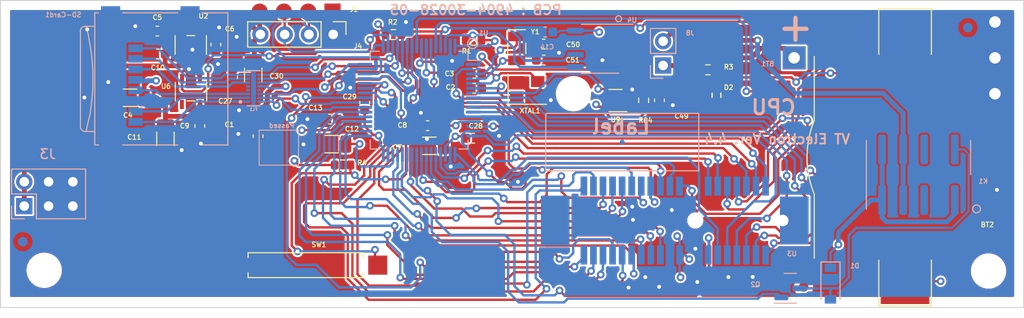
<source format=kicad_pcb>
(kicad_pcb (version 20221018) (generator pcbnew)
  (layers (0 "F.Cu" signal) (1 "In1.Cu" signal) (2 "In2.Cu" signal) (31 "B.Cu" signal) (34 "B.Paste" user) (35 "F.Paste" user) (36 "B.SilkS" user "B.Silkscreen") (37 "F.SilkS" user "F.Silkscreen") (38 "B.Mask" user) (39 "F.Mask" user) (44 "Edge.Cuts" user))
  (net 0 "")
  (net 1 "GND")
  (net 2 "/OSC_OUT")
  (net 3 "/OSC_IN")
  (net 4 "/VDDA")
  (net 5 "Net-(C12-Pad1)")
  (net 6 "Net-(FL1-Pad2)")
  (net 7 "Net-(FL1-Pad3)")
  (net 8 "Net-(FL1-Pad1)")
  (net 10 "Net-(FL1-Pad6)")
  (net 11 "Net-(FL1-Pad7)")
  (net 12 "Net-(FL1-Pad8)")
  (net 13 "/SDAT7")
  (net 16 "/uDTR")
  (net 17 "/uDCD")
  (net 18 "/uPWRKEY")
  (net 19 "/SWDIO")
  (net 20 "/SWCLK")
  (net 21 "/Alim")
  (net 22 "/uStatus")
  (net 23 "/RxD")
  (net 24 "/TxD")
  (net 25 "/SD_D2")
  (net 26 "/SD_D3")
  (net 27 "/SD_CMD")
  (net 28 "/SD_CLK")
  (net 29 "/SD_D0")
  (net 30 "/SD_D1")
  (net 31 "/SYN")
  (net 32 "/SCL")
  (net 33 "/SDAT2")
  (net 34 "/SCS")
  (net 35 "/SDAT3")
  (net 36 "/SDAT4")
  (net 37 "/SDAT5")
  (net 38 "/SDAT6")
  (net 39 "/+3V3")
  (net 40 "/RS485_RxD")
  (net 41 "/IRQ2")
  (net 42 "/READY")
  (net 43 "/SCLK")
  (net 44 "/MISO")
  (net 45 "/MOSI")
  (net 46 "/SS")
  (net 47 "/RS485_TxD")
  (net 48 "/RS485_DE")
  (net 49 "/NRST")
  (net 50 "/OSC32_IN")
  (net 51 "/OSC32_OUT")
  (net 52 "/Magnet")
  (net 53 "/BT_RxD")
  (net 54 "/BT_TxD")
  (net 55 "/LED3")
  (net 56 "/LED2")
  (net 57 "/LED1")
  (net 58 "/VBAT")
  (net 60 "/ADE_Reset")
  (net 61 "/SDAe")
  (net 62 "/SCLe")
  (net 63 "/StartMasura")
  (net 64 "/Main")
  (net 65 "/BT_RTS")
  (net 66 "/BT_CTS")
  (net 69 "/Mains")
  (net 70 "/+3V3_SD")
  (net 71 "/+5V")
  (net 74 "/Uhlc")
  (net 75 "/Uext")
  (net 76 "/Batt_On")
  (footprint "Capacitor_SMD:C_0603_1608Metric" (layer "F.Cu") (at 34.46 12.4046 180)
    (fp_text reference "C13")
    (fp_text value "100n")
  )
  (footprint "Resistor_SMD:R_0603_1608Metric" (layer "F.Cu") (at 41.0894 3.5654 180)
    (fp_text reference "R2")
    (fp_text value "10k")
  )
  (footprint "Package_TO_SOT_SMD:SC-82AA" (layer "F.Cu") (at 64.3154 10.4638 180)
    (fp_text reference "U9")
    (fp_text value "XC6120N302NR-G" hide)
  )
  (footprint "Fiducial:Fiducial_1mm_Mask2mm" (layer "F.Cu") (at 101.1682 2.8448)
    (fp_text reference "FID3" hide)
    (fp_text value "Fiducial" hide)
  )
  (footprint "Capacitor_SMD:C_1206_3216Metric" (layer "F.Cu") (at 44.8486 15.1986 180)
    (fp_text reference "C7")
    (fp_text value "10u")
  )
  (footprint "Crystal:Crystal_SMD_SeikoEpson_TSX3225-4Pin_3.2x2.5mm" (layer "F.Cu") (at 55.0848 9.2804)
    (fp_text reference "XTAL1")
    (fp_text value "403C11A16M00000" hide)
  )
  (footprint "Capacitor_SMD:C_0603_1608Metric" (layer "F.Cu") (at 68.9128 10.4384 -90)
    (fp_text reference "C49")
    (fp_text value "100n")
  )
  (footprint "Capacitor_SMD:C_0603_1608Metric" (layer "F.Cu") (at 20.85 13.125 90)
    (fp_text reference "C9")
    (fp_text value "1u")
  )
  (footprint "Resistor_SMD:R_0603_1608Metric" (layer "F.Cu") (at 49.4714 4.1496)
    (fp_text reference "R1")
    (fp_text value "10k")
  )
  (footprint "MountingHole:MountingHole_3.2mm_Simpla" (layer "F.Cu") (at 4.572 28.2194)
    (fp_text reference "H1" hide)
    (fp_text value "MountingHole" hide)
  )
  (footprint "Capacitor_SMD:C_0603_1608Metric" (layer "F.Cu") (at 26.94 14.19 90)
    (fp_text reference "C1")
    (fp_text value "100n")
  )
  (footprint "Capacitor_SMD:C_0603_1608Metric" (layer "F.Cu") (at 38.0922 10.6774 90)
    (fp_text reference "C29")
    (fp_text value "100n")
  )
  (footprint "Connector_PinHeader_2.54mm:PinHeader_1x04_P2.54mm_Vertical" (layer "F.Cu") (at 34.8 3.55 -90)
    (fp_text reference "J4")
    (fp_text value "Conn_01x04_Male" hide)
  )
  (footprint "Capacitor_SMD:C_0603_1608Metric" (layer "F.Cu") (at 16.4 3.2)
    (fp_text reference "C5")
    (fp_text value "1u")
  )
  (footprint "Crystal:Crystal_SMD_EuroQuartz_EQ161-2Pin_3.2x1.5mm" (layer "F.Cu") (at 53.9926 5.0078 -90)
    (fp_text reference "Y1")
    (fp_text value "ECS-.327-6-34B-C-TR" hide)
  )
  (footprint "AP3012KTR-G1:AP3012KTR-G1" (layer "F.Cu") (at 19.9 4.65 90)
    (fp_text reference "U2")
    (fp_text value "AP7343DQ-33W5-7" hide)
  )
  (footprint "Capacitor_SMD:C_1206_3216Metric" (layer "F.Cu") (at 34.6378 15.0208 180)
    (fp_text reference "C12")
    (fp_text value "4,7u")
  )
  (footprint "Capacitor_SMD:C_0603_1608Metric" (layer "F.Cu") (at 56.812 4.556)
    (fp_text reference "C50")
    (fp_text value "10p")
  )
  (footprint "Capacitor_SMD:C_1206_3216Metric" (layer "F.Cu") (at 13.55 10.175 180)
    (fp_text reference "C4")
    (fp_text value "10u")
  )
  (footprint "Resistor_SMD:R_0603_1608Metric" (layer "F.Cu") (at 67.2618 10.4384 90)
    (fp_text reference "R64")
    (fp_text value "1k")
  )
  (footprint "Capacitor_SMD:C_0603_1608Metric" (layer "F.Cu") (at 24.2746 8.0104 -90)
    (fp_text reference "C27")
    (fp_text value "100n")
  )
  (footprint "Button_Switch_SMD:SW_SPST_REED_CT10-XXXX-G1" (layer "F.Cu") (at 31.8946 27.6794 180)
    (fp_text reference "SW1")
    (fp_text value "CT10-1030-G1")
  )
  (footprint "Fiducial:Fiducial_1mm_Mask2mm" (layer "F.Cu") (at 2.9132 3.1844)
    (fp_text reference "FID2" hide)
    (fp_text value "Fiducial" hide)
  )
  (footprint "Battery:BatteryHolder_Keystone_3002_1x2032" (layer "F.Cu") (at 94.6 16.4 90)
    (fp_text reference "BT2")
    (fp_text value "Battery_Cell")
  )
  (footprint "MountingHole:MountingHole_3.2mm_Simpla" (layer "F.Cu") (at 103.3272 28.2956)
    (fp_text reference "H2" hide)
    (fp_text value "MountingHole" hide)
  )
  (footprint "Capacitor_SMD:C_0603_1608Metric" (layer "F.Cu") (at 56.812 6.2324)
    (fp_text reference "C51")
    (fp_text value "10p")
  )
  (footprint "Capacitor_SMD:C_1206_3216Metric" (layer "F.Cu") (at 17.25 14.48 90)
    (fp_text reference "C11")
    (fp_text value "10u")
  )
  (footprint "Resistor_SMD:R_0603_1608Metric" (layer "F.Cu") (at 73.9824 7.2484 180)
    (fp_text reference "R3")
    (fp_text value "0")
  )
  (footprint "Resistor_SMD:R_0603_1608Metric" (layer "F.Cu") (at 35.7808 17.2052)
    (fp_text reference "R4")
    (fp_text value "10k")
  )
  (footprint "MountingHole:MountingHole_3.2mm_Simpla" (layer "F.Cu") (at 59.9186 9.7536)
    (fp_text reference "H3" hide)
    (fp_text value "MountingHole" hide)
  )
  (footprint "Connector_PinHeader_2.54mm:A_PinHeader_1x04_P2.54mm_Test" (layer "F.Cu") (at 34.7218 1.1684 -90)
    (fp_text reference "J1")
    (fp_text value "Conn_01x04_Male" hide)
  )
  (footprint "AP3012KTR-G1:AP3012KTR-G1" (layer "F.Cu") (at 19.925 9.525 -90)
    (fp_text reference "U6")
    (fp_text value "AP7343DQ-33W5-7" hide)
  )
  (footprint "Capacitor_SMD:C_0603_1608Metric" (layer "F.Cu") (at 16.45 5.6 180)
    (fp_text reference "C10")
    (fp_text value "1u")
  )
  (footprint "Capacitor_SMD:C_0603_1608Metric" (layer "F.Cu") (at 44.6708 13.0904 180)
    (fp_text reference "C8")
    (fp_text value "100n")
  )
  (footprint "Capacitor_SMD:C_0603_1608Metric" (layer "F.Cu") (at 49.446 14.4112)
    (fp_text reference "C28")
    (fp_text value "100n")
  )
  (footprint "Capacitor_SMD:C_1206_3216Metric" (layer "F.Cu") (at 26.4336 7.7836 -90)
    (fp_text reference "C30")
    (fp_text value "10u")
  )
  (footprint "Capacitor_SMD:C_0603_1608Metric" (layer "F.Cu") (at 49.5476 9.1788 180)
    (fp_text reference "C2")
    (fp_text value "10p")
  )
  (footprint "ESD:SOD-923_ONS" (layer "F.Cu") (at 74.8792 9.906 90)
    (fp_text reference "D2")
    (fp_text value "ESD9B5.0ST5G" hide)
  )
  (footprint "Capacitor_SMD:C_0603_1608Metric" (layer "F.Cu") (at 49.5476 7.604 180)
    (fp_text reference "C3")
    (fp_text value "10p")
  )
  (footprint "Battery:HLC1520-3P" (layer "F.Cu") (at 83 6)
    (fp_text reference "BT1")
    (fp_text value "HLC1520-3P")
  )
  (footprint "Capacitor_SMD:C_0603_1608Metric" (layer "F.Cu") (at 22.525 4.6 90)
    (fp_text reference "C6")
    (fp_text value "1u")
  )
  (footprint "Fiducial:Fiducial_1mm_Mask2mm" (layer "F.Cu") (at 83.99 29.956)
    (fp_text reference "FID1" hide)
    (fp_text value "Fiducial" hide)
  )
  (footprint "Package_TO_SOT_SMD:SOT-23" (layer "B.Cu") (at 82.6 30.1)
    (fp_text reference "Q2")
    (fp_text value "DTC143T")
  )
  (footprint "Relay_SMD:Relay_Fujitsu_FTR-B4GA003" (layer "B.Cu") (at 96 18.225 90)
    (fp_text reference "K1")
    (fp_text value "FTR-B4GA003Z-B05")
  )
  (footprint "Package_QFP:LQFP-64_10x10mm_P0.5mm" (layer "B.Cu") (at 43.7818 10.4234 180)
    (fp_text reference "U1")
    (fp_text value "STM32U575RIT6")
  )
  (footprint "Diode_SMD:D_SOD-123" (layer "B.Cu") (at 86.8 29.6 -90)
    (fp_text reference "D1")
    (fp_text value "1N4148W")
  )
  (footprint "CM1624:FIL_CM1624" (layer "B.Cu") (at 26.4675 9.1788)
    (fp_text reference "FL1")
    (fp_text value "CM1624-08DE")
  )
  (footprint "Connector_PinHeader_2.54mm:PinHeader_1x02_P2.54mm_Vertical" (layer "B.Cu") (at 69.3 6.8)
    (fp_text reference "J8")
    (fp_text value "Conn_01x02_Male")
  )
  (footprint "Fiducial:Fiducial_1mm_Mask2mm" (layer "B.Cu") (at 2.3368 25.2222 180)
    (fp_text reference "FID4" hide)
    (fp_text value "Fiducial" hide)
  )
  (footprint "Connector_PinSocket_2.54mm:PinSocket_2x03_P2.54mm_Vertical" (layer "B.Cu") (at 2.49 21.5 -90)
    (fp_text reference "J3")
    (fp_text value "DS1002-03-2*3131")
  )
  (footprint "Package_SO:SO-8_3.9x4.9mm_P1.27mm" (layer "B.Cu") (at 62.7 5.05 180)
    (fp_text reference "U4")
    (fp_text value "CAT24C512XE-T2")
  )
  (footprint "Symbol:Eticheta" (layer "B.Cu") (at 65.024 14.8082 180)
    (fp_text reference "TP1" hide)
    (fp_text value "Eticheta" hide)
  )
  (footprint "PCI_SMD_MOD:10061913-100CLF" (layer "B.Cu") (at 72.66 23.01)
    (fp_text reference "U3")
    (fp_text value "10061913-100CLF")
  )
  (footprint "Capacitor_SMD:C_0603_1608Metric" (layer "B.Cu") (at 56.9722 3.302 180)
    (fp_text reference "C14")
    (fp_text value "100n")
  )
  (footprint "Connector_Card:microSD_HC_Wuerth_693072010801" (layer "B.Cu") (at 15.6707 8.2 -90)
    (fp_text reference "SD-Card1")
    (fp_text value "HC_Wuerth_693072010801" hide)
  )
  (gr_rect (start 27.051 13.5636) (end 31.1658 17.2212) (stroke (width 0.1)) (fill none) (layer "B.SilkS"))
  (gr_line (start 0 32.1) (end 107 32.1) (stroke (width 0.1)) (layer "Edge.Cuts"))
  (gr_line (start 107 32.1) (end 107 17) (stroke (width 0.1)) (layer "Edge.Cuts"))
  (gr_line (start 0 0) (end 0 32.1) (stroke (width 0.1)) (layer "Edge.Cuts"))
  (gr_line (start 107 0) (end 0 0) (stroke (width 0.1)) (layer "Edge.Cuts"))
  (gr_line (start 107 17) (end 107 0) (stroke (width 0.1)) (layer "Edge.Cuts"))
  (gr_text "VT Electron Ver. 4.4\n" (at 81.2038 14.5034) (layer "B.SilkS") (effects (font (size 1 1) (thickness 0.2)) (justify mirror)))
  (gr_text "Passed" (at 29.4132 13.081) (layer "B.SilkS") (effects (font (size 0.5 0.5) (thickness 0.1)) (justify mirror)))
  (gr_text "PCB : 4904-30028-05" (at 49.7078 0.9906) (layer "B.SilkS") (effects (font (size 1 1) (thickness 0.2)) (justify mirror)))
  (gr_text "Label" (at 64.897 13.208) (layer "B.SilkS") (effects (font (size 1.5 1.5) (thickness 0.3)) (justify mirror)))
  (gr_text "CPU" (at 80.8482 11.176) (layer "B.SilkS") (effects (font (size 1.5 1.5) (thickness 0.3)) (justify mirror)))
  (segment (start 22.525 3.825) (end 24.675 3.825) (width 0.25) (layer "F.Cu") (net 1))
  (segment (start 14.6046 3.2) (end 14.097 2.6924) (width 0.25) (layer "F.Cu") (net 1))
  (segment (start 8.8 10.175) (end 8.775 10.15) (width 0.25) (layer "F.Cu") (net 1))
  (segment (start 36.619 10.0678) (end 37.9268 10.0678) (width 0.25) (layer "F.Cu") (net 1))
  (segment (start 24.2746 8.7854) (end 23.4104 8.7854) (width 0.25) (layer "F.Cu") (net 1))
  (segment (start 36.576 9.1186) (end 37.3598 9.9024) (width 0.25) (layer "F.Cu") (net 1))
  (segment (start 65.1404 9.8138) (end 65.5242 9.8138) (width 0.25) (layer "F.Cu") (net 1))
  (segment (start 31.7168 15.0208) (end 31.6914 15.0462) (width 0.25) (layer "F.Cu") (net 1))
  (segment (start 51.9352 15.0716) (end 51.2748 14.4112) (width 0.25) (layer "F.Cu") (net 1))
  (segment (start 58.3738 5.432) (end 58.4122 5.4704) (width 0.25) (layer "F.Cu") (net 1))
  (segment (start 37.3598 9.9024) (end 38.0922 9.9024) (width 0.25) (layer "F.Cu") (net 1))
  (segment (start 20.85 13.9) (end 20.85 14.8556) (width 0.5) (layer "F.Cu") (net 1))
  (segment (start 57.587 5.432) (end 57.587 4.556) (width 0.25) (layer "F.Cu") (net 1))
  (segment (start 43.8958 13.0904) (end 43.8958 11.808) (width 0.25) (layer "F.Cu") (net 1))
  (segment (start 47.8204 7.604) (end 47.2362 7.0198) (width 0.25) (layer "F.Cu") (net 1))
  (segment (start 25.9604 8.7854) (end 26.4336 9.2586) (width 0.25) (layer "F.Cu") (net 1))
  (segment (start 33.685 11.681) (end 34.3838 10.9822) (width 0.25) (layer "F.Cu") (net 1))
  (segment (start 15.675 3.25) (end 15.625 3.2) (width 0.25) (layer "F.Cu") (net 1))
  (segment (start 66.068 9.27) (end 66.068 9.3103) (width 0.25) (layer "F.Cu") (net 1))
  (segment (start 9.05 3.2) (end 9.025 3.175) (width 0.25) (layer "F.Cu") (net 1))
  (segment (start 48.7726 9.1788) (end 48.7726 7.604) (width 0.25) (layer "F.Cu") (net 1))
  (segment (start 53.9848 8.4804) (end 54.2512 8.4804) (width 0.2) (layer "F.Cu") (net 1))
  (segment (start 47.55 2.4) (end 47.4 2.25) (width 0.25) (layer "F.Cu") (net 1))
  (segment (start 43.3736 14.921) (end 43.8072 14.4874) (width 0.25) (layer "F.Cu") (net 1))
  (segment (start 22.525 3.825) (end 22.525 3.1544) (width 0.25) (layer "F.Cu") (net 1))
  (segment (start 51.2748 14.4112) (end 50.221 14.4112) (width 0.25) (layer "F.Cu") (net 1))
  (segment (start 47.2362 7.0198) (end 47.2362 6.3086) (width 0.25) (layer "F.Cu") (net 1))
  (segment (start 24.675 3.825) (end 24.7 3.8) (width 0.25) (layer "F.Cu") (net 1))
  (segment (start 22.725 6.675) (end 22.75 6.65) (width 0.25) (layer "F.Cu") (net 1))
  (segment (start 69.1788 10.9474) (end 68.9128 11.2134) (width 0.25) (layer "F.Cu") (net 1))
  (segment (start 34.3838 10.9822) (end 35.7046 10.9822) (width 0.25) (layer "F.Cu") (net 1))
  (segment (start 47.2362 6.3086) (end 47.55 5.9948) (width 0.25) (layer "F.Cu") (net 1))
  (segment (start 94.6 16.4) (end 100.8 16.4) (width 0.25) (layer "F.Cu") (net 1))
  (segment (start 48.7726 7.604) (end 47.8204 7.604) (width 0.25) (layer "F.Cu") (net 1))
  (segment (start 43.3736 13.6126) (end 43.8958 13.0904) (width 0.25) (layer "F.Cu") (net 1))
  (segment (start 19.925 7.4028) (end 19.7104 7.1882) (width 0.25) (layer "F.Cu") (net 1))
  (segment (start 57.587 6.2324) (end 57.587 5.432) (width 0.25) (layer "F.Cu") (net 1))
  (segment (start 12.075 9.3318) (end 11.2776 8.5344) (width 0.2) (layer "F.Cu") (net 1))
  (segment (start 35.7046 10.9822) (end 36.619 10.0678) (width 0.25) (layer "F.Cu") (net 1))
  (segment (start 51.9352 16.7852) (end 51.9352 15.0716) (width 0.25) (layer "F.Cu") (net 1))
  (segment (start 100.8 16.4) (end 104.2 19.8) (width 0.25) (layer "F.Cu") (net 1))
  (segment (start 57.587 6.2324) (end 62.9324 6.2324) (width 0.25) (layer "F.Cu") (net 1))
  (segment (start 57.2056 10.0804) (end 57.5486 10.4234) (width 0.25) (layer "F.Cu") (net 1))
  (segment (start 24.875 14.795) (end 25.045 14.965) (width 0.25) (layer "F.Cu") (net 1))
  (segment (start 24.2746 8.7854) (end 25.9604 8.7854) (width 0.25) (layer "F.Cu") (net 1))
  (segment (start 17.25 15.955) (end 18.6398 15.955) (width 0.5) (layer "F.Cu") (net 1))
  (segment (start 33.1628 15.0208) (end 31.7168 15.0208) (width 0.25) (layer "F.Cu") (net 1))
  (segment (start 33.685 12.4046) (end 33.685 11.681) (width 0.25) (layer "F.Cu") (net 1))
  (segment (start 15.625 3.2) (end 14.6046 3.2) (width 0.25) (layer "F.Cu") (net 1))
  (segment (start 33.685 12.4046) (end 32.0978 12.4046) (width 0.25) (layer "F.Cu") (net 1))
  (segment (start 55.8512 10.0804) (end 56.1848 10.0804) (width 0.2) (layer "F.Cu") (net 1))
  (segment (start 43.8958 11.808) (end 43.9596 11.7442) (width 0.25) (layer "F.Cu") (net 1))
  (segment (start 19.925 8.18515) (end 19.925 7.4028) (width 0.25) (layer "F.Cu") (net 1))
  (segment (start 22.525 3.1544) (end 22.86 2.8194) (width 0.25) (layer "F.Cu") (net 1))
  (segment (start 24.875 13.95) (end 24.875 14.795) (width 0.25) (layer "F.Cu") (net 1))
  (segment (start 19.9 5.325) (end 20.075 5.15) (width 0.25) (layer "F.Cu") (net 1))
  (segment (start 54.11 18.96) (end 51.9352 16.7852) (width 0.25) (layer "F.Cu") (net 1))
  (segment (start 9.025 3.075) (end 9.075 3.025) (width 0.25) (layer "F.Cu") (net 1))
  (segment (start 18.6398 15.955) (end 18.9484 15.6464) (width 0.5) (layer "F.Cu") (net 1))
  (segment (start 43.3736 15.1986) (end 43.3736 14.921) (width 0.25) (layer "F.Cu") (net 1))
  (segment (start 37.9268 10.0678) (end 38.0922 9.9024) (width 0.25) (layer "F.Cu") (net 1))
  (segment (start 12.075 10.175) (end 12.075 9.3318) (width 0.2) (layer "F.Cu") (net 1))
  (segment (start 47.55 5.9948) (end 47.55 2.4) (width 0.25) (layer "F.Cu") (net 1))
  (segment (start 43.8072 14.4874) (end 44.5946 14.4874) (width 0.25) (layer "F.Cu") (net 1))
  (segment (start 51.8844 14.4112) (end 52.1384 14.1572) (width 0.25) (layer "F.Cu") (net 1))
  (segment (start 56.1848 10.0804) (end 57.2056 10.0804) (width 0.25) (layer "F.Cu") (net 1))
  (segment (start 15.675 5.6) (end 15.675 3.25) (width 0.25) (layer "F.Cu") (net 1))
  (segment (start 34.8 3.55) (end 34.8 1.2466) (width 0.2) (layer "F.Cu") (net 1))
  (segment (start 23.4104 8.7854) (end 22.725 8.1) (width 0.25) (layer "F.Cu") (net 1))
  (segment (start 19.9 5.98985) (end 19.9 5.325) (width 0.25) (layer "F.Cu") (net 1))
  (segment (start 50.221 14.4112) (end 51.8844 14.4112) (width 0.25) (layer "F.Cu") (net 1))
  (segment (start 26.4336 9.2586) (end 24.95 10.7422) (width 0.25) (layer "F.Cu") (net 1))
  (segment (start 24.95 10.7422) (end 24.95 11.475) (width 0.25) (layer "F.Cu") (net 1))
  (segment (start 70.3072 10.9474) (end 69.1788 10.9474) (width 0.25) (layer "F.Cu") (net 1))
  (segment (start 26.94 14.965) (end 25.045 14.965) (width 0.25) (layer "F.Cu") (net 1))
  (segment (start 22.725 8.1) (end 22.725 6.675) (width 0.25) (layer "F.Cu") (net 1))
  (segment (start 43.3736 15.1986) (end 43.3736 13.6126) (width 0.25) (layer "F.Cu") (net 1))
  (segment (start 9.025 3.175) (end 9.025 3.075) (width 0.25) (layer "F.Cu") (net 1))
  (segment (start 57.587 5.432) (end 58.3738 5.432) (width 0.25) (layer "F.Cu") (net 1))
  (segment (start 54.2512 8.4804) (end 55.8512 10.0804) (width 0.2) (layer "F.Cu") (net 1))
  (segment (start 20.85 14.8556) (end 20.955 14.9606) (width 0.5) (layer "F.Cu") (net 1))
  (segment (start 34.8 1.2466) (end 34.7218 1.1684) (width 0.2) (layer "F.Cu") (net 1))
  (segment (start 47.4 2.25) (end 42.4 2.25) (width 0.25) (layer "F.Cu") (net 1))
  (segment (start 65.5242 9.8138) (end 66.068 9.27) (width 0.25) (layer "F.Cu") (net 1))
  (via (at 54.11 18.96) (size 0.8) (drill 0.4) (layers "F.Cu" "B.Cu") (net 1))
  (via (at 70.3072 10.9474) (size 0.8) (drill 0.4) (layers "F.Cu" "B.Cu") (net 1))
  (via (at 76.1238 28.9306) (size 0.8) (drill 0.4) (layers "F.Cu" "B.Cu") (net 1))
  (via (at 78.6638 28.9052) (size 0.8) (drill 0.4) (layers "F.Cu" "B.Cu") (net 1))
  (via (at 20.955 14.9606) (size 0.8) (drill 0.4) (layers "F.Cu" "B.Cu") (net 1))
  (via (at 70.2056 21.9202) (size 0.8) (drill 0.4) (layers "F.Cu" "B.Cu") (net 1))
  (via (at 14.097 2.6924) (size 0.8) (drill 0.4) (layers "F.Cu" "B.Cu") (net 1))
  (via (at 8.775 10.15) (size 0.8) (drill 0.4) (layers "F.Cu" "B.Cu") (net 1))
  (via (at 42.4 2.25) (size 0.8) (drill 0.4) (layers "F.Cu" "B.Cu") (net 1))
  (via (at 47.2362 6.3086) (size 0.8) (drill 0.4) (layers "F.Cu" "B.Cu") (net 1))
  (via (at 104.2 19.8) (size 0.8) (drill 0.4) (layers "F.Cu" "B.Cu") (net 1))
  (via (at 58.4122 5.4704) (size 0.8) (drill 0.4) (layers "F.Cu" "B.Cu") (net 1))
  (via (at 65.6844 30.0228) (size 0.8) (drill 0.4) (layers "F.Cu" "B.Cu") (net 1))
  (via (at 52.1384 14.1572) (size 0.8) (drill 0.4) (layers "F.Cu" "B.Cu") (net 1))
  (via (at 36.576 9.1186) (size 0.8) (drill 0.4) (layers "F.Cu" "B.Cu") (net 1))
  (via (at 24.95 11.475) (size 0.8) (drill 0.4) (layers "F.Cu" "B.Cu") (net 1))
  (via (at 31.6914 15.0462) (size 0.8) (drill 0.4) (layers "F.Cu" "B.Cu") (net 1))
  (via (at 20.075 5.15) (size 0.8) (drill 0.4) (layers "F.Cu" "B.Cu") (net 1))
  (via (at 47.0916 17.3678) (size 0.8) (drill 0.4) (layers "F.Cu" "B.Cu") (net 1))
  (via (at 22.75 6.65) (size 0.8) (drill 0.4) (layers "F.Cu" "B.Cu") (net 1))
  (via (at 72.8726 29.4386) (size 0.8) (drill 0.4) (layers "F.Cu" "B.Cu") (net 1))
  (via (at 66.1416 22.9362) (size 0.8) (drill 0.4) (layers "F.Cu" "B.Cu") (net 1))
  (via (at 62.95 6.25) (size 0.8) (drill 0.4) (layers "F.Cu" "B.Cu") (net 1))
  (via (at 43.9596 11.7442) (size 0.8) (drill 0.4) (layers "F.Cu" "B.Cu") (net 1))
  (via (at 57.5486 10.4234) (size 0.8) (drill 0.4) (layers "F.Cu" "B.Cu") (net 1))
  (via (at 9.075 3.025) (size 0.8) (drill 0.4) (layers "F.Cu" "B.Cu") (net 1))
  (via (at 68.8848 29.9466) (size 0.8) (drill 0.4) (layers "F.Cu" "B.Cu") (net 1))
  (via (at 24.875 13.95) (size 0.8) (drill 0.4) (layers "F.Cu" "B.Cu") (net 1))
  (via (at 19.7104 7.1882) (size 0.8) (drill 0.4) (layers "F.Cu" "B.Cu") (net 1))
  (via (at 72.6694 25.9588) (size 0.8) (drill 0.4) (layers "F.Cu" "B.Cu") (net 1))
  (via (at 11.2776 8.5344) (size 0.8) (drill 0.4) (layers "F.Cu" "B.Cu") (net 1))
  (via (at 66.068 9.3103) (size 0.8) (drill 0.4) (layers "F.Cu" "B.Cu") (net 1))
  (via (at 18.9484 15.6464) (size 0.8) (drill 0.4) (layers "F.Cu" "B.Cu") (net 1))
  (via (at 44.5946 14.4874) (size 0.8) (drill 0.4) (layers "F.Cu" "B.Cu") (net 1))
  (via (at 67.437 28.9306) (size 0.8) (drill 0.4) (layers "F.Cu" "B.Cu") (net 1))
  (via (at 32.0978 12.4046) (size 0.8) (drill 0.4) (layers "F.Cu" "B.Cu") (net 1))
  (via (at 24.7 3.8) (size 0.8) (drill 0.4) (layers "F.Cu" "B.Cu") (net 1))
  (via (at 66.0654 21.5646) (size 0.8) (drill 0.4) (layers "F.Cu" "B.Cu") (net 1))
  (via (at 22.86 2.8194) (size 0.8) (drill 0.4) (layers "F.Cu" "B.Cu") (net 1))
  (segment (start 47.0916 17.3678) (end 47.0318 17.308) (width 0.25) (layer "B.Cu") (net 1))
  (segment (start 65.275 6.955) (end 65.275 5.685) (width 0.25) (layer "B.Cu") (net 1))
  (segment (start 65.275 5.685) (end 65.275 4.415) (width 0.25) (layer "B.Cu") (net 1))
  (segment (start 47.0318 6.1042) (end 47.2362 6.3086) (width 0.25) (layer "B.Cu") (net 1))
  (segment (start 36.576 9.1186) (end 36.111 8.6536) (width 0.25) (layer "B.Cu") (net 1))
  (segment (start 36.111 7.8834) (end 36.821 7.1734) (width 0.25) (layer "B.Cu") (net 1))
  (segment (start 36.821 7.1734) (end 38.1068 7.1734) (width 0.25) (layer "B.Cu") (net 1))
  (segment (start 47.0318 4.7484) (end 47.0318 6.1042) (width 0.25) (layer "B.Cu") (net 1))
  (segment (start 47.0916 17.4244) (end 47.0916 17.3678) (width 0.25) (layer "B.Cu") (net 1))
  (segment (start 44.3888 12.1734) (end 43.9596 11.7442) (width 0.2) (layer "B.Cu") (net 1))
  (segment (start 47.0318 17.308) (end 47.0318 16.0984) (width 0.25) (layer "B.Cu") (net 1))
  (segment (start 36.111 8.6536) (end 36.111 7.8834) (width 0.25) (layer "B.Cu") (net 1))
  (segment (start 49.4568 12.1734) (end 44.3888 12.1734) (width 0.2) (layer "B.Cu") (net 1))
  (segment (start 65.275 4.415) (end 65.275 3.145) (width 0.25) (layer "B.Cu") (net 1))
  (segment (start 52.3748 8.9662) (end 52.1622 9.1788) (width 0.25) (layer "F.Cu") (net 2))
  (segment (start 52.1622 9.1788) (end 50.3226 9.1788) (width 0.25) (layer "F.Cu") (net 2))
  (segment (start 52.028622 9.312378) (end 52.028622 9.500822) (width 0.25) (layer "F.Cu") (net 2))
  (segment (start 52.3748 8.9662) (end 52.028622 9.312378) (width 0.25) (layer "F.Cu") (net 2))
  (segment (start 52.028622 9.500822) (end 52.6082 10.0804) (width 0.25) (layer "F.Cu") (net 2))
  (segment (start 52.6082 10.0804) (end 53.9848 10.0804) (width 0.25) (layer "F.Cu") (net 2))
  (via (at 52.3748 8.9662) (size 0.8) (drill 0.4) (layers "F.Cu" "B.Cu") (net 2))
  (segment (start 52.1732 8.9662) (end 51.966 9.1734) (width 0.25) (layer "B.Cu") (net 2))
  (segment (start 51.966 9.1734) (end 49.4568 9.1734) (width 0.25) (layer "B.Cu") (net 2))
  (segment (start 52.3748 8.9662) (end 52.1732 8.9662) (width 0.25) (layer "B.Cu") (net 2))
  (segment (start 55.415 7.604) (end 56.1848 8.3738) (width 0.25) (layer "F.Cu") (net 3))
  (segment (start 50.3226 7.604) (end 51.3764 7.604) (width 0.25) (layer "F.Cu") (net 3))
  (segment (start 52.3416 7.604) (end 55.415 7.604) (width 0.25) (layer "F.Cu") (net 3))
  (segment (start 51.3764 7.604) (end 51.859 8.0866) (width 0.25) (layer "F.Cu") (net 3))
  (segment (start 56.1848 8.3738) (end 56.1848 8.4804) (width 0.25) (layer "F.Cu") (net 3))
  (segment (start 51.859 8.0866) (end 52.3416 7.604) (width 0.25) (layer "F.Cu") (net 3))
  (via (at 51.859 8.0866) (size 0.8) (drill 0.4) (layers "F.Cu" "B.Cu") (net 3))
  (segment (start 51.2722 8.6734) (end 51.859 8.0866) (width 0.25) (layer "B.Cu") (net 3))
  (segment (start 49.4568 8.6734) (end 51.2722 8.6734) (width 0.25) (layer "B.Cu") (net 3))
  (segment (start 46.4488 13.0904) (end 45.4458 13.0904) (width 0.25) (layer "F.Cu") (net 4))
  (segment (start 46.3236 15.1986) (end 46.3236 13.2156) (width 0.25) (layer "F.Cu") (net 4))
  (segment (start 47.6172 13.0904) (end 46.4488 13.0904) (width 0.25) (layer "F.Cu") (net 4))
  (segment (start 46.3236 13.2156) (end 46.4488 13.0904) (width 0.25) (layer "F.Cu") (net 4))
  (via (at 47.6172 13.0904) (size 0.8) (drill 0.4) (layers "F.Cu" "B.Cu") (net 4))
  (segment (start 49.4568 12.6734) (end 48.0342 12.6734) (width 0.25) (layer "B.Cu") (net 4))
  (segment (start 48.0342 12.6734) (end 47.6172 13.0904) (width 0.25) (layer "B.Cu") (net 4))
  (segment (start 37.5588 14.9954) (end 36.1382 14.9954) (width 0.25) (layer "F.Cu") (net 5))
  (segment (start 36.1382 14.9954) (end 36.1128 15.0208) (width 0.25) (layer "F.Cu") (net 5))
  (via (at 37.5588 14.9954) (size 0.8) (drill 0.4) (layers "F.Cu" "B.Cu") (net 5))
  (segment (start 41.0318 16.9834) (end 41.0318 16.0984) (width 0.25) (layer "B.Cu") (net 5))
  (segment (start 37.2286 16.8496) (end 37.7366 17.3576) (width 0.25) (layer "B.Cu") (net 5))
  (segment (start 40.6576 17.3576) (end 41.0318 16.9834) (width 0.25) (layer "B.Cu") (net 5))
  (segment (start 37.2286 15.3256) (end 37.2286 16.8496) (width 0.25) (layer "B.Cu") (net 5))
  (segment (start 37.5588 14.9954) (end 37.2286 15.3256) (width 0.25) (layer "B.Cu") (net 5))
  (segment (start 37.7366 17.3576) (end 40.6576 17.3576) (width 0.25) (layer "B.Cu") (net 5))
  (segment (start 14.1207 11.6) (end 17.383 11.6) (width 0.25) (layer "B.Cu") (net 6))
  (segment (start 20.2266 10.1788) (end 25.8925 10.1788) (width 0.25) (layer "B.Cu") (net 6))
  (segment (start 18.8042 10.1788) (end 20.2266 10.1788) (width 0.25) (layer "B.Cu") (net 6))
  (segment (start 17.383 11.6) (end 18.8042 10.1788) (width 0.25) (layer "B.Cu") (net 6))
  (segment (start 16.6582 9.7788) (end 16.2794 9.4) (width 0.25) (layer "B.Cu") (net 7))
  (segment (start 16.2794 9.4) (end 14.1207 9.4) (width 0.25) (layer "B.Cu") (net 7))
  (segment (start 25.8925 9.7788) (end 16.6582 9.7788) (width 0.25) (layer "B.Cu") (net 7))
  (segment (start 18.3 12.7) (end 18.9204 12.0796) (width 0.25) (layer "B.Cu") (net 8))
  (segment (start 18.9204 12.0796) (end 20.4212 10.5788) (width 0.25) (layer "B.Cu") (net 8))
  (segment (start 14.1207 12.7) (end 18.3 12.7) (width 0.25) (layer "B.Cu") (net 8))
  (segment (start 20.4212 10.5788) (end 25.8925 10.5788) (width 0.25) (layer "B.Cu") (net 8))
  (segment (start 18.1864 8.9916) (end 23.622 8.9916) (width 0.25) (layer "B.Cu") (net 10))
  (segment (start 16.3948 7.2) (end 18.1864 8.9916) (width 0.25) (layer "B.Cu") (net 10))
  (segment (start 14.1207 7.2) (end 16.3948 7.2) (width 0.25) (layer "B.Cu") (net 10))
  (segment (start 23.8378 9.0424) (end 24.3014 8.5788) (width 0.25) (layer "B.Cu") (net 10))
  (segment (start 24.3014 8.5788) (end 25.8925 8.5788) (width 0.25) (layer "B.Cu") (net 10))
  (segment (start 23.622 8.9916) (end 23.6728 9.0424) (width 0.25) (layer "B.Cu") (net 10))
  (segment (start 23.6728 9.0424) (end 23.8378 9.0424) (width 0.25) (layer "B.Cu") (net 10))
  (segment (start 16.4124 6.1) (end 18.8722 8.5598) (width 0.25) (layer "B.Cu") (net 11))
  (segment (start 18.8722 8.5598) (end 23.5204 8.5598) (width 0.25) (layer "B.Cu") (net 11))
  (segment (start 14.1207 6.1) (end 16.4124 6.1) (width 0.25) (layer "B.Cu") (net 11))
  (segment (start 23.5204 8.5598) (end 23.9014 8.1788) (width 0.25) (layer "B.Cu") (net 11))
  (segment (start 23.9014 8.1788) (end 25.8925 8.1788) (width 0.25) (layer "B.Cu") (net 11))
  (segment (start 19.5834 8.128) (end 23.0506 8.128) (width 0.25) (layer "B.Cu") (net 12))
  (segment (start 14.1207 5) (end 16.4554 5) (width 0.25) (layer "B.Cu") (net 12))
  (segment (start 16.4554 5) (end 19.5834 8.128) (width 0.25) (layer "B.Cu") (net 12))
  (segment (start 23.0506 8.128) (end 23.3998 7.7788) (width 0.25) (layer "B.Cu") (net 12))
  (segment (start 23.3998 7.7788) (end 25.8925 7.7788) (width 0.25) (layer "B.Cu") (net 12))
  (segment (start 58.45 26.95) (end 58.45 27.02) (width 0.25) (layer "F.Cu") (net 13))
  (segment (start 40.177936 8.820264) (end 39.873136 8.820264) (width 0.25) (layer "F.Cu") (net 13))
  (segment (start 39.243 12.1158) (end 40.259 13.1318) (width 0.25) (layer "F.Cu") (net 13))
  (segment (start 38.03 17.33) (end 38.03 18.29) (width 0.25) (layer "F.Cu") (net 13))
  (segment (start 40.259 13.1318) (end 40.259 15.101) (width 0.25) (layer "F.Cu") (net 13))
  (segment (start 57.79 26.29) (end 58.45 26.95) (width 0.25) (layer "F.Cu") (net 13))
  (segment (start 38.03 18.29) (end 37.06 19.26) (width 0.25) (layer "F.Cu") (net 13))
  (segment (start 37.06 19.26) (end 34.37 19.26) (width 0.25) (layer "F.Cu") (net 13))
  (segment (start 41.22 24.8) (end 41.22 23.56) (width 0.25) (layer "F.Cu") (net 13))
  (segment (start 39.243 9.4504) (end 39.243 12.1158) (width 0.25) (layer "F.Cu") (net 13))
  (segment (start 34.37 19.26) (end 33.84 18.73) (width 0.25) (layer "F.Cu") (net 13))
  (segment (start 40.259 15.101) (end 38.03 17.33) (width 0.25) (layer "F.Cu") (net 13))
  (segment (start 42.71 26.29) (end 41.22 24.8) (width 0.25) (layer "F.Cu") (net 13))
  (segment (start 57.79 26.29) (end 42.71 26.29) (width 0.25) (layer "F.Cu") (net 13))
  (segment (start 39.873136 8.820264) (end 39.243 9.4504) (width 0.25) (layer "F.Cu") (net 13))
  (via (at 58.45 27.02) (size 0.8) (drill 0.4) (layers "F.Cu" "B.Cu") (net 13))
  (via (at 33.84 18.73) (size 0.8) (drill 0.4) (layers "F.Cu" "B.Cu") (net 13))
  (via (at 40.177936 8.820264) (size 0.8) (drill 0.4) (layers "F.Cu" "B.Cu") (net 13))
  (via (at 41.22 23.56) (size 0.8) (drill 0.4) (layers "F.Cu" "B.Cu") (net 13))
  (segment (start 40.175 8.8232) (end 40.177936 8.820264) (width 0.25) (layer "B.Cu") (net 13))
  (segment (start 60.5 24.97) (end 59.89 25.58) (width 0.25) (layer "B.Cu") (net 13))
  (segment (start 59.43 26.89) (end 58.58 26.89) (width 0.25) (layer "B.Cu") (net 13))
  (segment (start 34.55 23.56) (end 33.7255 22.7355) (width 0.25) (layer "B.Cu") (net 13))
  (segment (start 63.999999 25.329999) (end 63.64 24.97) (width 0.25) (layer "B.Cu") (net 13))
  (segment (start 58.58 26.89) (end 58.45 27.02) (width 0.25) (layer "B.Cu") (net 13))
  (segment (start 40.0252 8.6734) (end 40.175 8.8232) (width 0.25) (layer "B.Cu") (net 13))
  (segment (start 38.1068 8.6734) (end 40.0252 8.6734) (width 0.25) (layer "B.Cu") (net 13))
  (segment (start 59.89 25.58) (end 59.89 26.43) (width 0.25) (layer "B.Cu") (net 13))
  (segment (start 59.89 26.43) (end 59.43 26.89) (width 0.25) (layer "B.Cu") (net 13))
  (segment (start 41.22 23.56) (end 34.55 23.56) (width 0.25) (layer "B.Cu") (net 13))
  (segment (start 63.64 24.97) (end 60.5 24.97) (width 0.25) (layer "B.Cu") (net 13))
  (segment (start 33.7255 22.7355) (end 33.7255 22.24) (width 0.25) (layer "B.Cu") (net 13))
  (segment (start 33.7255 22.24) (end 33.7255 18.8445) (width 0.25) (layer "B.Cu") (net 13))
  (segment (start 63.999999 26.58) (end 63.999999 25.329999) (width 0.25) (layer "B.Cu") (net 13))
  (segment (start 33.7255 18.8445) (end 33.84 18.73) (width 0.25) (layer "B.Cu") (net 13))
  (segment (start 85.45 18.48) (end 84.75 17.78) (width 0.25) (layer "F.Cu") (net 16))
  (segment (start 80.88 25.37) (end 84.67 25.37) (width 0.25) (layer "F.Cu") (net 16))
  (segment (start 84.67 25.37) (end 85.45 24.59) (width 0.25) (layer "F.Cu") (net 16))
  (segment (start 85.45 24.59) (end 85.45 18.48) (width 0.25) (layer "F.Cu") (net 16))
  (segment (start 84.75 17.78) (end 84.7 17.78) (width 0.25) (layer "F.Cu") (net 16))
  (via (at 84.7 17.78) (size 0.8) (drill 0.4) (layers "F.Cu" "B.Cu") (net 16))
  (via (at 80.88 25.37) (size 0.8) (drill 0.4) (layers "F.Cu" "B.Cu") (net 16))
  (segment (start 84.7 17.78) (end 84.34 17.42) (width 0.25) (layer "B.Cu") (net 16))
  (segment (start 80.88 25.74) (end 80.88 25.37) (width 0.25) (layer "B.Cu") (net 16))
  (segment (start 84.34 16.32) (end 80.2374 12.2174) (width 0.25) (layer "B.Cu") (net 16))
  (segment (start 55.1904 10.1734) (end 49.4568 10.1734) (width 0.25) (layer "B.Cu") (net 16))
  (segment (start 84.34 17.42) (end 84.34 16.32) (width 0.25) (layer "B.Cu") (net 16))
  (segment (start 80.01 26.61) (end 80.88 25.74) (width 0.25) (layer "B.Cu") (net 16))
  (segment (start 80.2374 12.2174) (end 57.2344 12.2174) (width 0.25) (layer "B.Cu") (net 16))
  (segment (start 57.2344 12.2174) (end 55.1904 10.1734) (width 0.25) (layer "B.Cu") (net 16))
  (segment (start 84.36 24.82) (end 84.84 24.34) (width 0.25) (layer "F.Cu") (net 17))
  (segment (start 81.09 24.58) (end 81.33 24.82) (width 0.25) (layer "F.Cu") (net 17))
  (segment (start 84.84 24.34) (end 84.84 19.59) (width 0.25) (layer "F.Cu") (net 17))
  (segment (start 79.89 24.58) (end 81.09 24.58) (width 0.25) (layer "F.Cu") (net 17))
  (segment (start 81.33 24.82) (end 84.36 24.82) (width 0.25) (layer "F.Cu") (net 17))
  (segment (start 84.84 19.59) (end 83.77 18.52) (width 0.25) (layer "F.Cu") (net 17))
  (via (at 79.89 24.58) (size 0.8) (drill 0.4) (layers "F.Cu" "B.Cu") (net 17))
  (via (at 83.77 18.52) (size 0.8) (drill 0.4) (layers "F.Cu" "B.Cu") (net 17))
  (segment (start 83.77 16.59) (end 83.77 18.52) (width 0.25) (layer "B.Cu") (net 17))
  (segment (start 79.8292 12.6492) (end 83.77 16.59) (width 0.25) (layer "B.Cu") (net 17))
  (segment (start 78.999999 26.58) (end 78.999999 25.170001) (width 0.25) (layer "B.Cu") (net 17))
  (segment (start 79.59 24.58) (end 79.89 24.58) (width 0.25) (layer "B.Cu") (net 17))
  (segment (start 56.5792 12.6492) (end 79.8292 12.6492) (width 0.25) (layer "B.Cu") (net 17))
  (segment (start 49.4568 10.6734) (end 54.5982 10.6734) (width 0.25) (layer "B.Cu") (net 17))
  (segment (start 54.5982 10.6734) (end 55.4404 11.5156) (width 0.25) (layer "B.Cu") (net 17))
  (segment (start 55.4404 11.5156) (end 55.4456 11.5156) (width 0.25) (layer "B.Cu") (net 17))
  (segment (start 55.4456 11.5156) (end 56.5792 12.6492) (width 0.25) (layer "B.Cu") (net 17))
  (segment (start 78.999999 25.170001) (end 79.59 24.58) (width 0.25) (layer "B.Cu") (net 17))
  (segment (start 80.15 22.79) (end 82.1628 20.7772) (width 0.25) (layer "F.Cu") (net 18))
  (segment (start 82.1628 20.7772) (end 82.169 20.7772) (width 0.25) (layer "F.Cu") (net 18))
  (segment (start 82.22 20.7262) (end 82.22 18.32) (width 0.25) (layer "F.Cu") (net 18))
  (segment (start 82.169 20.7772) (end 82.22 20.7262) (width 0.25) (layer "F.Cu") (net 18))
  (via (at 82.22 18.32) (size 0.8) (drill 0.4) (layers "F.Cu" "B.Cu") (net 18))
  (via (at 80.15 22.79) (size 0.8) (drill 0.4) (layers "F.Cu" "B.Cu") (net 18))
  (segment (start 76.999998 24.100002) (end 77.28 23.82) (width 0.25) (layer "B.Cu") (net 18))
  (segment (start 78.31 22.79) (end 80.15 22.79) (width 0.25) (layer "B.Cu") (net 18))
  (segment (start 55.83 13.64) (end 79.11 13.64) (width 0.25) (layer "B.Cu") (net 18))
  (segment (start 79.11 13.64) (end 82.22 16.75) (width 0.25) (layer "B.Cu") (net 18))
  (segment (start 77.28 23.82) (end 78.31 22.79) (width 0.25) (layer "B.Cu") (net 18))
  (segment (start 53.8634 11.6734) (end 55.83 13.64) (width 0.25) (layer "B.Cu") (net 18))
  (segment (start 49.4568 11.6734) (end 53.8634 11.6734) (width 0.25) (layer "B.Cu") (net 18))
  (segment (start 76.999998 26.58) (end 76.999998 24.100002) (width 0.25) (layer "B.Cu") (net 18))
  (segment (start 82.22 16.75) (end 82.22 18.32) (width 0.25) (layer "B.Cu") (net 18))
  (segment (start 32.26 3.55) (end 32.26 1.2466) (width 0.25) (layer "F.Cu") (net 19))
  (segment (start 32.26 1.2466) (end 32.1818 1.1684) (width 0.25) (layer "F.Cu") (net 19))
  (segment (start 28.5 4.7) (end 28.5 2.85) (width 0.25) (layer "B.Cu") (net 19))
  (segment (start 39.794 7.35) (end 39.794 6.207) (width 0.25) (layer "B.Cu") (net 19))
  (segment (start 39.4706 7.6734) (end 39.794 7.35) (width 0.25) (layer "B.Cu") (net 19))
  (segment (start 38.1068 7.6734) (end 39.4706 7.6734) (width 0.25) (layer "B.Cu") (net 19))
  (segment (start 31.5 2.2) (end 32.26 2.96) (width 0.25) (layer "B.Cu") (net 19))
  (segment (start 28.5 2.85) (end 29.15 2.2) (width 0.25) (layer "B.Cu") (net 19))
  (segment (start 32.26 2.96) (end 32.26 3.55) (width 0.25) (layer "B.Cu") (net 19))
  (segment (start 39.54 5.953) (end 29.753 5.953) (width 0.25) (layer "B.Cu") (net 19))
  (segment (start 29.753 5.953) (end 28.5 4.7) (width 0.25) (layer "B.Cu") (net 19))
  (segment (start 29.15 2.2) (end 31.5 2.2) (width 0.25) (layer "B.Cu") (net 19))
  (segment (start 39.794 6.207) (end 39.54 5.953) (width 0.25) (layer "B.Cu") (net 19))
  (segment (start 29.72 3.55) (end 29.72 1.2466) (width 0.25) (layer "F.Cu") (net 20))
  (segment (start 29.72 1.2466) (end 29.6418 1.1684) (width 0.25) (layer "F.Cu") (net 20))
  (segment (start 39.286 4.683) (end 39.9664 4.683) (width 0.25) (layer "B.Cu") (net 20))
  (segment (start 39.032 5.1148) (end 39.032 4.937) (width 0.25) (layer "B.Cu") (net 20))
  (segment (start 38.778 5.3688) (end 39.032 5.1148) (width 0.25) (layer "B.Cu") (net 20))
  (segment (start 29.72 4.57) (end 30.5188 5.3688) (width 0.25) (layer "B.Cu") (net 20))
  (segment (start 39.032 4.937) (end 39.286 4.683) (width 0.25) (layer "B.Cu") (net 20))
  (segment (start 30.5188 5.3688) (end 38.778 5.3688) (width 0.25) (layer "B.Cu") (net 20))
  (segment (start 29.72 3.55) (end 29.72 4.57) (width 0.25) (layer "B.Cu") (net 20))
  (segment (start 39.9664 4.683) (end 40.0318 4.7484) (width 0.25) (layer "B.Cu") (net 20))
  (segment (start 74.06 24.83) (end 74.11 24.88) (width 0.25) (layer "F.Cu") (net 21))
  (segment (start 59.0264 30.8864) (end 58.47 30.33) (width 0.25) (layer "F.Cu") (net 21))
  (segment (start 74.11 29.54) (end 72.7636 30.8864) (width 0.25) (layer "F.Cu") (net 21))
  (segment (start 74.11 24.88) (end 74.11 29.54) (width 0.25) (layer "F.Cu") (net 21))
  (segment (start 72.7636 30.8864) (end 59.0264 30.8864) (width 0.25) (layer "F.Cu") (net 21))
  (segment (start 44.6532 19.8882) (end 45.67 20.905) (width 0.25) (layer "F.Cu") (net 21))
  (segment (start 45.67 20.905) (end 45.67 20.99) (width 0.25) (layer "F.Cu") (net 21))
  (via (at 58.47 30.33) (size 0.8) (drill 0.4) (layers "F.Cu" "B.Cu") (net 21))
  (via (at 74.06 24.83) (size 0.8) (drill 0.4) (layers "F.Cu" "B.Cu") (net 21))
  (via (at 45.67 20.99) (size 0.8) (drill 0.4) (layers "F.Cu" "B.Cu") (net 21))
  (via (at 44.6532 19.8882) (size 0.8) (drill 0.4) (layers "F.Cu" "B.Cu") (net 21))
  (segment (start 58.47 30.33) (end 57.96952 30.83048) (width 0.25) (layer "B.Cu") (net 21))
  (segment (start 52.74 24.51) (end 47.05 24.51) (width 0.25) (layer "B.Cu") (net 21))
  (segment (start 57.96952 30.83048) (end 54.71048 30.83048) (width 0.25) (layer "B.Cu") (net 21))
  (segment (start 45.6 23.06) (end 45.6 21.06) (width 0.25) (layer "B.Cu") (net 21))
  (segment (start 53.75 25.52) (end 52.74 24.51) (width 0.25) (layer "B.Cu") (net 21))
  (segment (start 45.6 21.06) (end 45.67 20.99) (width 0.25) (layer "B.Cu") (net 21))
  (segment (start 53.75 29.87) (end 53.75 25.52) (width 0.25) (layer "B.Cu") (net 21))
  (segment (start 44.1706 19.8882) (end 43.5318 19.2494) (width 0.25) (layer "B.Cu") (net 21))
  (segment (start 44.6532 19.8882) (end 44.1706 19.8882) (width 0.25) (layer "B.Cu") (net 21))
  (segment (start 74.06 24.83) (end 74.06 26.519999) (width 0.25) (layer "B.Cu") (net 21))
  (segment (start 47.05 24.51) (end 45.6 23.06) (width 0.25) (layer "B.Cu") (net 21))
  (segment (start 74.06 26.519999) (end 73.999999 26.58) (width 0.25) (layer "B.Cu") (net 21))
  (segment (start 43.5318 19.2494) (end 43.5318 16.0984) (width 0.25) (layer "B.Cu") (net 21))
  (segment (start 54.71048 30.83048) (end 53.75 29.87) (width 0.25) (layer "B.Cu") (net 21))
  (segment (start 84.29 23.68) (end 84.29 20.61) (width 0.25) (layer "F.Cu") (net 22))
  (segment (start 81.07 23.7) (end 81.66 24.29) (width 0.25) (layer "F.Cu") (net 22))
  (segment (start 84.29 20.61) (end 83.06 19.38) (width 0.25) (layer "F.Cu") (net 22))
  (segment (start 81.66 24.29) (end 83.68 24.29) (width 0.25) (layer "F.Cu") (net 22))
  (segment (start 83.68 24.29) (end 84.29 23.68) (width 0.25) (layer "F.Cu") (net 22))
  (segment (start 79.08 23.7) (end 81.07 23.7) (width 0.25) (layer "F.Cu") (net 22))
  (via (at 79.08 23.7) (size 0.8) (drill 0.4) (layers "F.Cu" "B.Cu") (net 22))
  (via (at 83.06 19.38) (size 0.8) (drill 0.4) (layers "F.Cu" "B.Cu") (net 22))
  (segment (start 77.999999 26.58) (end 77.999999 24.590001) (width 0.25) (layer "B.Cu") (net 22))
  (segment (start 83.06 16.65) (end 83.06 19.38) (width 0.25) (layer "B.Cu") (net 22))
  (segment (start 49.481801 11.198401) (end 54.386601 11.198401) (width 0.25) (layer "B.Cu") (net 22))
  (segment (start 77.999999 24.590001) (end 78.89 23.7) (width 0.25) (layer "B.Cu") (net 22))
  (segment (start 78.89 23.7) (end 79.08 23.7) (width 0.25) (layer "B.Cu") (net 22))
  (segment (start 79.5 13.09) (end 83.06 16.65) (width 0.25) (layer "B.Cu") (net 22))
  (segment (start 54.386601 11.198401) (end 56.2782 13.09) (width 0.25) (layer "B.Cu") (net 22))
  (segment (start 56.2782 13.09) (end 79.5 13.09) (width 0.25) (layer "B.Cu") (net 22))
  (segment (start 49.4568 11.1734) (end 49.481801 11.198401) (width 0.25) (layer "B.Cu") (net 22))
  (segment (start 52.32 18.78) (end 50.11 18.78) (width 0.25) (layer "B.Cu") (net 23))
  (segment (start 71.8332 16.4432) (end 55.1368 16.4432) (width 0.25) (layer "B.Cu") (net 23))
  (segment (start 47.7284 16.0984) (end 47.5318 16.0984) (width 0.25) (layer "B.Cu") (net 23))
  (segment (start 55.1368 16.4432) (end 53.86 17.72) (width 0.25) (layer "B.Cu") (net 23))
  (segment (start 49.95 18.32) (end 47.7284 16.0984) (width 0.25) (layer "B.Cu") (net 23))
  (segment (start 73.05 17.66) (end 71.8332 16.4432) (width 0.25) (layer "B.Cu") (net 23))
  (segment (start 75 26.58) (end 75 23.81) (width 0.25) (layer "B.Cu") (net 23))
  (segment (start 75 23.81) (end 73.05 21.86) (width 0.25) (layer "B.Cu") (net 23))
  (segment (start 53.38 17.72) (end 52.32 18.78) (width 0.25) (layer "B.Cu") (net 23))
  (segment (start 73.05 21.86) (end 73.05 17.66) (width 0.25) (layer "B.Cu") (net 23))
  (segment (start 50.11 18.78) (end 49.95 18.62) (width 0.25) (layer "B.Cu") (net 23))
  (segment (start 49.95 18.62) (end 49.95 18.32) (width 0.25) (layer "B.Cu") (net 23))
  (segment (start 53.86 17.72) (end 53.38 17.72) (width 0.25) (layer "B.Cu") (net 23))
  (segment (start 78.76 14.11) (end 81.07 16.42) (width 0.25) (layer "B.Cu") (net 24))
  (segment (start 50.724 14.1734) (end 51.6128 15.0622) (width 0.25) (layer "B.Cu") (net 24))
  (segment (start 75.999998 23.760002) (end 75.999998 26.58) (width 0.25) (layer "B.Cu") (net 24))
  (segment (start 54.0636 14.11) (end 78.76 14.11) (width 0.25) (layer "B.Cu") (net 24))
  (segment (start 78.75 21.01) (end 75.999998 23.760002) (width 0.25) (layer "B.Cu") (net 24))
  (segment (start 51.6128 15.0622) (end 53.1114 15.0622) (width 0.25) (layer "B.Cu") (net 24))
  (segment (start 80.42 21.01) (end 78.75 21.01) (width 0.25) (layer "B.Cu") (net 24))
  (segment (start 49.4568 14.1734) (end 50.724 14.1734) (width 0.25) (layer "B.Cu") (net 24))
  (segment (start 81.07 16.42) (end 81.07 20.36) (width 0.25) (layer "B.Cu") (net 24))
  (segment (start 53.1114 15.0622) (end 54.0636 14.11) (width 0.25) (layer "B.Cu") (net 24))
  (segment (start 81.07 20.36) (end 80.42 21.01) (width 0.25) (layer "B.Cu") (net 24))
  (segment (start 32.9106 6.9944) (end 33.755 6.15) (width 0.25) (layer "F.Cu") (net 25))
  (segment (start 40.5876 6.15) (end 40.683 6.0546) (width 0.25) (layer "F.Cu") (net 25))
  (segment (start 33.755 6.15) (end 40.5876 6.15) (width 0.25) (layer "F.Cu") (net 25))
  (via (at 40.683 6.0546) (size 0.8) (drill 0.4) (layers "F.Cu" "B.Cu") (net 25))
  (via (at 32.9106 6.9944) (size 0.8) (drill 0.4) (layers "F.Cu" "B.Cu") (net 25))
  (segment (start 27.0425 7.7788) (end 28.2712 7.7788) (width 0.25) (layer "B.Cu") (net 25))
  (segment (start 41.0318 5.7058) (end 40.683 6.0546) (width 0.25) (layer "B.Cu") (net 25))
  (segment (start 29.0556 6.9944) (end 32.9106 6.9944) (width 0.25) (layer "B.Cu") (net 25))
  (segment (start 41.0318 4.7484) (end 41.0318 5.7058) (width 0.25) (layer "B.Cu") (net 25))
  (segment (start 28.2712 7.7788) (end 29.0556 6.9944) (width 0.25) (layer "B.Cu") (net 25))
  (segment (start 41.2418 6.8674) (end 41.2672 6.842) (width 0.25) (layer "F.Cu") (net 26))
  (segment (start 34.6886 6.8674) (end 41.2418 6.8674) (width 0.25) (layer "F.Cu") (net 26))
  (via (at 41.2672 6.842) (size 0.8) (drill 0.4) (layers "F.Cu" "B.Cu") (net 26))
  (via (at 34.6886 6.8674) (size 0.8) (drill 0.4) (layers "F.Cu" "B.Cu") (net 26))
  (segment (start 28.7212 8.1788) (end 29.1901 7.7099) (width 0.25) (layer "B.Cu") (net 26))
  (segment (start 41.5318 6.5774) (end 41.2672 6.842) (width 0.25) (layer "B.Cu") (net 26))
  (segment (start 33.952 6.8928) (end 34.6632 6.8928) (width 0.25) (layer "B.Cu") (net 26))
  (segment (start 29.1901 7.7099) (end 33.1349 7.7099) (width 0.25) (layer "B.Cu") (net 26))
  (segment (start 33.1349 7.7099) (end 33.952 6.8928) (width 0.25) (layer "B.Cu") (net 26))
  (segment (start 27.0425 8.1788) (end 28.7212 8.1788) (width 0.25) (layer "B.Cu") (net 26))
  (segment (start 34.6632 6.8928) (end 34.6886 6.8674) (width 0.25) (layer "B.Cu") (net 26))
  (segment (start 41.5318 4.7484) (end 41.5318 6.5774) (width 0.25) (layer "B.Cu") (net 26))
  (segment (start 41.5466 8.2644) (end 41.5466 8.2726) (width 0.25) (layer "F.Cu") (net 27))
  (segment (start 41.5466 8.2726) (end 41.8084 8.5344) (width 0.25) (layer "F.Cu") (net 27))
  (segment (start 41.8084 8.5344) (end 42.4942 8.5344) (width 0.25) (layer "F.Cu") (net 27))
  (segment (start 40.7611 7.4789) (end 41.5466 8.2644) (width 0.25) (layer "F.Cu") (net 27))
  (segment (start 34.2568 7.7056) (end 35.0696 7.7056) (width 0.25) (layer "F.Cu") (net 27))
  (segment (start 35.0696 7.7056) (end 35.2963 7.4789) (width 0.25) (layer "F.Cu") (net 27))
  (segment (start 42.4942 8.5344) (end 42.6212 8.4074) (width 0.25) (layer "F.Cu") (net 27))
  (segment (start 35.2963 7.4789) (end 40.7611 7.4789) (width 0.25) (layer "F.Cu") (net 27))
  (via (at 42.6212 8.4074) (size 0.8) (drill 0.4) (layers "F.Cu" "B.Cu") (net 27))
  (via (at 34.2568 7.7056) (size 0.8) (drill 0.4) (layers "F.Cu" "B.Cu") (net 27))
  (segment (start 29.1462 8.5788) (end 29.575 8.15) (width 0.25) (layer "B.Cu") (net 27))
  (segment (start 33.8124 8.15) (end 34.2568 7.7056) (width 0.25) (layer "B.Cu") (net 27))
  (segment (start 29.575 8.15) (end 33.8124 8.15) (width 0.25) (layer "B.Cu") (net 27))
  (segment (start 42.5318 4.7484) (end 42.5318 6.8448) (width 0.2) (layer "B.Cu") (net 27))
  (segment (start 42.6212 6.9342) (end 42.6212 8.4074) (width 0.2) (layer "B.Cu") (net 27))
  (segment (start 27.0425 8.5788) (end 29.1462 8.5788) (width 0.25) (layer "B.Cu") (net 27))
  (segment (start 42.5318 6.8448) (end 42.6212 6.9342) (width 0.2) (layer "B.Cu") (net 27))
  (segment (start 35.3998 8.7724) (end 35.897311 8.274889) (width 0.25) (layer "F.Cu") (net 28))
  (segment (start 43.0104 7.6708) (end 43.0022 7.6708) (width 0.25) (layer "F.Cu") (net 28))
  (segment (start 42.096 9.4488) (end 43.053 9.4488) (width 0.25) (layer "F.Cu") (net 28))
  (segment (start 35.897311 8.274889) (end 39.625111 8.274889) (width 0.25) (layer "F.Cu") (net 28))
  (segment (start 43.053 9.4488) (end 43.4516 9.0502) (width 0.25) (layer "F.Cu") (net 28))
  (segment (start 42.8752 7.5438) (end 42.037 7.5438) (width 0.25) (layer "F.Cu") (net 28))
  (segment (start 39.9386 7.9614) (end 40.6086 7.9614) (width 0.25) (layer "F.Cu") (net 28))
  (segment (start 43.4516 9.0502) (end 43.4516 8.112) (width 0.25) (layer "F.Cu") (net 28))
  (segment (start 35.3998 8.8994) (end 35.3998 8.7724) (width 0.25) (layer "F.Cu") (net 28))
  (segment (start 42.037 7.5438) (end 41.9862 7.5946) (width 0.25) (layer "F.Cu") (net 28))
  (segment (start 43.4516 8.112) (end 43.0104 7.6708) (width 0.25) (layer "F.Cu") (net 28))
  (segment (start 43.0022 7.6708) (end 42.8752 7.5438) (width 0.25) (layer "F.Cu") (net 28))
  (segment (start 40.6086 7.9614) (end 42.096 9.4488) (width 0.25) (layer "F.Cu") (net 28))
  (segment (start 39.625111 8.274889) (end 39.9386 7.9614) (width 0.25) (layer "F.Cu") (net 28))
  (via (at 41.9862 7.5946) (size 0.8) (drill 0.4) (layers "F.Cu" "B.Cu") (net 28))
  (via (at 35.3998 8.8994) (size 0.8) (drill 0.4) (layers "F.Cu" "B.Cu") (net 28))
  (segment (start 33.5806 9.7726) (end 33.079 9.271) (width 0.25) (layer "B.Cu") (net 28))
  (segment (start 42.0318 4.7484) (end 42.0318 7.549) (width 0.25) (layer "B.Cu") (net 28))
  (segment (start 30.779 9.271) (end 30.275 9.775) (width 0.25) (layer "B.Cu") (net 28))
  (segment (start 29.3462 9.7788) (end 27.0425 9.7788) (width 0.25) (layer "B.Cu") (net 28))
  (segment (start 33.5806 9.7788) (end 33.5806 9.7726) (width 0.25) (layer "B.Cu") (net 28))
  (segment (start 34.5204 9.7788) (end 33.5806 9.7788) (width 0.25) (layer "B.Cu") (net 28))
  (segment (start 30.275 9.775) (end 29.35 9.775) (width 0.25) (layer "B.Cu") (net 28))
  (segment (start 35.3998 8.8994) (end 34.5204 9.7788) (width 0.25) (layer "B.Cu") (net 28))
  (segment (start 42.0318 7.549) (end 41.9862 7.5946) (width 0.25) (layer "B.Cu") (net 28))
  (segment (start 33.079 9.271) (end 30.779 9.271) (width 0.25) (layer "B.Cu") (net 28))
  (segment (start 29.35 9.775) (end 29.3462 9.7788) (width 0.25) (layer "B.Cu") (net 28))
  (segment (start 34.7752 11.1734) (end 34.5186 11.43) (width 0.25) (layer "B.Cu") (net 29))
  (segment (start 29.1862 10.1788) (end 27.0425 10.1788) (width 0.25) (layer "B.Cu") (net 29))
  (segment (start 38.1068 11.1734) (end 34.7752 11.1734) (width 0.25) (layer "B.Cu") (net 29))
  (segment (start 34.5186 11.43) (end 30.4374 11.43) (width 0.25) (layer "B.Cu") (net 29))
  (segment (start 30.4374 11.43) (end 29.1862 10.1788) (width 0.25) (layer "B.Cu") (net 29))
  (segment (start 29.182989 10.264811) (end 28.872 10.5758) (width 0.25) (layer "F.Cu") (net 30))
  (segment (start 30.839811 10.264811) (end 29.182989 10.264811) (width 0.25) (layer "F.Cu") (net 30))
  (segment (start 28.872 10.5758) (end 28.872 10.9568) (width 0.25) (layer "F.Cu") (net 30))
  (via (at 30.839811 10.264811) (size 0.8) (drill 0.4) (layers "F.Cu" "B.Cu") (net 30))
  (via (at 28.872 10.9568) (size 0.8) (drill 0.4) (layers "F.Cu" "B.Cu") (net 30))
  (segment (start 38.1068 10.6734) (end 34.6656 10.6734) (width 0.25) (layer "B.Cu") (net 30))
  (segment (start 28.494 10.5788) (end 28.872 10.9568) (width 0.25) (layer "B.Cu") (net 30))
  (segment (start 31.39888 10.82388) (end 30.839811 10.264811) (width 0.25) (layer "B.Cu") (net 30))
  (segment (start 34.6656 10.6734) (end 34.51512 10.82388) (width 0.25) (layer "B.Cu") (net 30))
  (segment (start 27.0425 10.5788) (end 28.494 10.5788) (width 0.25) (layer "B.Cu") (net 30))
  (segment (start 34.51512 10.82388) (end 31.39888 10.82388) (width 0.25) (layer "B.Cu") (net 30))
  (segment (start 53.6988 28.4226) (end 57.2484 28.4226) (width 0.25) (layer "F.Cu") (net 31))
  (segment (start 53.0114 29.11) (end 53.6988 28.4226) (width 0.25) (layer "F.Cu") (net 31))
  (segment (start 57.9358 29.11) (end 62.33 29.11) (width 0.25) (layer "F.Cu") (net 31))
  (segment (start 41.94 29.11) (end 53.0114 29.11) (width 0.25) (layer "F.Cu") (net 31))
  (segment (start 62.33 29.11) (end 62.77 28.67) (width 0.25) (layer "F.Cu") (net 31))
  (segment (start 57.2484 28.4226) (end 57.9358 29.11) (width 0.25) (layer "F.Cu") (net 31))
  (segment (start 41.81 28.98) (end 41.94 29.11) (width 0.25) (layer "F.Cu") (net 31))
  (via (at 41.81 28.98) (size 0.8) (drill 0.4) (layers "F.Cu" "B.Cu") (net 31))
  (via (at 62.77 28.67) (size 0.8) (drill 0.4) (layers "F.Cu" "B.Cu") (net 31))
  (segment (start 62.77 28.35) (end 63 28.12) (width 0.25) (layer "B.Cu") (net 31))
  (segment (start 62.77 28.67) (end 62.77 28.35) (width 0.25) (layer "B.Cu") (net 31))
  (segment (start 31.28 17.74) (end 31.28 24.61) (width 0.25) (layer "B.Cu") (net 31))
  (segment (start 41.81 26.5414) (end 41.81 28.98) (width 0.25) (layer "B.Cu") (net 31))
  (segment (start 62.999998 28.119998) (end 62.999998 26.58) (width 0.25) (layer "B.Cu") (net 31))
  (segment (start 63 28.12) (end 62.999998 28.119998) (width 0.25) (layer "B.Cu") (net 31))
  (segment (start 31.28 24.61) (end 31.92 25.25) (width 0.25) (layer "B.Cu") (net 31))
  (segment (start 40.5186 25.25) (end 41.81 26.5414) (width 0.25) (layer "B.Cu") (net 31))
  (segment (start 33.3424 13.5984) (end 33.3424 15.6776) (width 0.25) (layer "B.Cu") (net 31))
  (segment (start 31.92 25.25) (end 40.5186 25.25) (width 0.25) (layer "B.Cu") (net 31))
  (segment (start 33.3424 15.6776) (end 31.28 17.74) (width 0.25) (layer "B.Cu") (net 31))
  (segment (start 38.1068 11.6734) (end 35.2674 11.6734) (width 0.25) (layer "B.Cu") (net 31))
  (segment (start 35.2674 11.6734) (end 33.3424 13.5984) (width 0.25) (layer "B.Cu") (net 31))
  (segment (start 30.4468 12.1998) (end 31.92 10.7266) (width 0.25) (layer "F.Cu") (net 32))
  (segment (start 57.7088 27.3304) (end 58.2422 27.8638) (width 0.25) (layer "F.Cu") (net 32))
  (segment (start 44.63 28.11) (end 51.8492 28.11) (width 0.25) (layer "F.Cu") (net 32))
  (segment (start 31.92 10.7266) (end 31.92 10.0678) (width 0.25) (layer "F.Cu") (net 32))
  (segment (start 43.89 27.38) (end 43.9 27.38) (width 0.25) (layer "F.Cu") (net 32))
  (segment (start 51.8492 28.0846) (end 52.6034 27.3304) (width 0.25) (layer "F.Cu") (net 32))
  (segment (start 58.2422 27.8638) (end 59.9948 27.8638) (width 0.25) (layer "F.Cu") (net 32))
  (segment (start 51.8492 28.11) (end 51.8492 28.0846) (width 0.25) (layer "F.Cu") (net 32))
  (segment (start 30.4468 12.303) (end 30.4468 12.1998) (width 0.25) (layer "F.Cu") (net 32))
  (segment (start 52.6034 27.3304) (end 57.7088 27.3304) (width 0.25) (layer "F.Cu") (net 32))
  (segment (start 59.9948 27.8638) (end 60.0202 27.8384) (width 0.25) (layer "F.Cu") (net 32))
  (segment (start 43.9 27.38) (end 44.63 28.11) (width 0.25) (layer "F.Cu") (net 32))
  (via (at 60.0202 27.8384) (size 0.8) (drill 0.4) (layers "F.Cu" "B.Cu") (net 32))
  (via (at 30.4468 12.303) (size 0.8) (drill 0.4) (layers "F.Cu" "B.Cu") (net 32))
  (via (at 43.89 27.38) (size 0.8) (drill 0.4) (layers "F.Cu" "B.Cu") (net 32))
  (via (at 31.92 10.0678) (size 0.8) (drill 0.4) (layers "F.Cu" "B.Cu") (net 32))
  (segment (start 30.9 27.65) (end 33.05 27.65) (width 0.25) (layer "B.Cu") (net 32))
  (segment (start 30.9 27.61) (end 30.9 27.65) (width 0.25) (layer "B.Cu") (net 32))
  (segment (start 29.94 26.65) (end 30.9 27.61) (width 0.25) (layer "B.Cu") (net 32))
  (segment (start 32.0978 10.0678) (end 31.92 10.0678) (width 0.25) (layer "B.Cu") (net 32))
  (segment (start 42.93 30) (end 43.89 29.04) (width 0.25) (layer "B.Cu") (net 32))
  (segment (start 61 26.8586) (end 61 26.58) (width 0.25) (layer "B.Cu") (net 32))
  (segment (start 32.2034 10.1734) (end 32.0978 10.0678) (width 0.25) (layer "B.Cu") (net 32))
  (segment (start 35.4 30) (end 42.93 30) (width 0.25) (layer "B.Cu") (net 32))
  (segment (start 60.0202 27.8384) (end 61 26.8586) (width 0.25) (layer "B.Cu") (net 32))
  (segment (start 33.05 27.65) (end 35.4 30) (width 0.25) (layer "B.Cu") (net 32))
  (segment (start 30.4468 12.303) (end 29.94 12.8098) (width 0.25) (layer "B.Cu") (net 32))
  (segment (start 29.94 12.8098) (end 29.94 26.65) (width 0.25) (layer "B.Cu") (net 32))
  (segment (start 38.1068 10.1734) (end 32.2034 10.1734) (width 0.25) (layer "B.Cu") (net 32))
  (segment (start 43.89 29.04) (end 43.89 27.38) (width 0.25) (layer "B.Cu") (net 32))
  (segment (start 43.58 22.32) (end 45.04 23.78) (width 0.25) (layer "F.Cu") (net 33))
  (segment (start 45.04 23.78) (end 68.62 23.78) (width 0.25) (layer "F.Cu") (net 33))
  (segment (start 68.62 23.78) (end 68.98 24.14) (width 0.25) (layer "F.Cu") (net 33))
  (via (at 68.98 24.14) (size 0.8) (drill 0.4) (layers "F.Cu" "B.Cu") (net 33))
  (via (at 43.58 22.32) (size 0.8) (drill 0.4) (layers "F.Cu" "B.Cu") (net 33))
  (segment (start 41.0852 20.3102) (end 43.095 22.32) (width 0.25) (layer "B.Cu") (net 33))
  (segment (start 68.999999 24.159999) (end 68.98 24.14) (width 0.25) (layer "B.Cu") (net 33))
  (segment (start 41.5318 17.4698) (end 41.0852 17.9164) (width 0.25) (layer "B.Cu") (net 33))
  (segment (start 68.999999 26.58) (end 68.999999 24.159999) (width 0.25) (layer "B.Cu") (net 33))
  (segment (start 41.0852 17.9164) (end 41.0852 20.3102) (width 0.25) (layer "B.Cu") (net 33))
  (segment (start 43.095 22.32) (end 43.58 22.32) (width 0.25) (layer "B.Cu") (net 33))
  (segment (start 41.5318 16.0984) (end 41.5318 17.4698) (width 0.25) (layer "B.Cu") (net 33))
  (segment (start 51.955 28.69) (end 52.7304 27.9146) (width 0.25) (layer "F.Cu") (net 34))
  (segment (start 58.4334 28.69) (end 61.32 28.69) (width 0.25) (layer "F.Cu") (net 34))
  (segment (start 52.7304 27.9146) (end 57.658 27.9146) (width 0.25) (layer "F.Cu") (net 34))
  (segment (start 61.32 28.69) (end 61.37 28.69) (width 0.25) (layer "F.Cu") (net 34))
  (segment (start 61.37 28.69) (end 61.77 28.29) (width 0.25) (layer "F.Cu") (net 34))
  (segment (start 43.57 28.69) (end 51.955 28.69) (width 0.25) (layer "F.Cu") (net 34))
  (segment (start 40.46 24.52) (end 40.46 25.58) (width 0.25) (layer "F.Cu") (net 34))
  (segment (start 61.32 28.69) (end 61.41 28.69) (width 0.25) (layer "F.Cu") (net 34))
  (segment (start 57.658 27.9146) (end 58.4334 28.69) (width 0.25) (layer "F.Cu") (net 34))
  (segment (start 40.46 25.58) (end 43.57 28.69) (width 0.25) (layer "F.Cu") (net 34))
  (via (at 61.77 28.29) (size 0.8) (drill 0.4) (layers "F.Cu" "B.Cu") (net 34))
  (via (at 40.46 24.52) (size 0.8) (drill 0.4) (layers "F.Cu" "B.Cu") (net 34))
  (segment (start 61.999998 27.890002) (end 61.999998 26.58) (width 0.25) (layer "B.Cu") (net 34))
  (segment (start 40.46 24.52) (end 32.61 24.52) (width 0.25) (layer "B.Cu") (net 34))
  (segment (start 35.4786 12.1734) (end 38.1068 12.1734) (width 0.25) (layer "B.Cu") (net 34))
  (segment (start 33.8504 13.8016) (end 35.4786 12.1734) (width 0.25) (layer "B.Cu") (net 34))
  (segment (start 61.96 27.93) (end 61.999998 27.890002) (width 0.25) (layer "B.Cu") (net 34))
  (segment (start 33.8504 15.8796) (end 33.8504 13.8016) (width 0.25) (layer "B.Cu") (net 34))
  (segment (start 32.61 24.52) (end 31.96 23.87) (width 0.25) (layer "B.Cu") (net 34))
  (segment (start 31.96 17.77) (end 33.8504 15.8796) (width 0.25) (layer "B.Cu") (net 34))
  (segment (start 61.77 28.29) (end 61.96 28.1) (width 0.25) (layer "B.Cu") (net 34))
  (segment (start 31.96 23.87) (end 31.96 17.77) (width 0.25) (layer "B.Cu") (net 34))
  (segment (start 61.96 28.1) (end 61.96 27.93) (width 0.25) (layer "B.Cu") (net 34))
  (segment (start 64.376 24.27) (end 67.6 24.27) (width 0.25) (layer "F.Cu") (net 35))
  (segment (start 64.0842 24.5618) (end 64.376 24.27) (width 0.25) (layer "F.Cu") (net 35))
  (segment (start 43.7134 23.5712) (end 44.704 24.5618) (width 0.25) (layer "F.Cu") (net 35))
  (segment (start 44.704 24.5618) (end 64.0842 24.5618) (width 0.25) (layer "F.Cu") (net 35))
  (segment (start 67.6 24.27) (end 67.96 24.63) (width 0.25) (layer "F.Cu") (net 35))
  (via (at 43.7134 23.5712) (size 0.8) (drill 0.4) (layers "F.Cu" "B.Cu") (net 35))
  (via (at 67.96 24.63) (size 0.8) (drill 0.4) (layers "F.Cu" "B.Cu") (net 35))
  (segment (start 36.68 20.77) (end 36.0856 20.1756) (width 0.25) (layer "B.Cu") (net 35))
  (segment (start 36.0856 20.1756) (end 36.0856 14.6652) (width 0.25) (layer "B.Cu") (net 35))
  (segment (start 43.1712 23.5712) (end 40.37 20.77) (width 0.25) (layer "B.Cu") (net 35))
  (segment (start 36.0856 14.6652) (end 36.5774 14.1734) (width 0.25) (layer "B.Cu") (net 35))
  (segment (start 36.5774 14.1734) (end 38.1068 14.1734) (width 0.25) (layer "B.Cu") (net 35))
  (segment (start 40.37 20.77) (end 36.68 20.77) (width 0.25) (layer "B.Cu") (net 35))
  (segment (start 67.999998 24.669998) (end 67.96 24.63) (width 0.25) (layer "B.Cu") (net 35))
  (segment (start 67.999998 26.58) (end 67.999998 24.669998) (width 0.25) (layer "B.Cu") (net 35))
  (segment (start 43.7134 23.5712) (end 43.1712 23.5712) (width 0.25) (layer "B.Cu") (net 35))
  (segment (start 40.42 21.47) (end 44.0452 25.0952) (width 0.25) (layer "F.Cu") (net 36))
  (segment (start 38.64 21.46) (end 40.05 21.46) (width 0.25) (layer "F.Cu") (net 36))
  (segment (start 40.06 21.47) (end 40.42 21.47) (width 0.25) (layer "F.Cu") (net 36))
  (segment (start 66.8148 25.0952) (end 66.94 24.97) (width 0.25) (layer "F.Cu") (net 36))
  (segment (start 44.0452 25.0952) (end 66.8148 25.0952) (width 0.25) (layer "F.Cu") (net 36))
  (segment (start 40.05 21.46) (end 40.06 21.47) (width 0.25) (layer "F.Cu") (net 36))
  (via (at 66.94 24.97) (size 0.8) (drill 0.4) (layers "F.Cu" "B.Cu") (net 36))
  (via (at 38.64 21.46) (size 0.8) (drill 0.4) (layers "F.Cu" "B.Cu") (net 36))
  (segment (start 66.999998 26.58) (end 66.999998 25.029998) (width 0.25) (layer "B.Cu") (net 36))
  (segment (start 36.544 13.6734) (end 35.5268 14.6906) (width 0.25) (layer "B.Cu") (net 36))
  (segment (start 35.5268 21.0268) (end 36.1 21.6) (width 0.25) (layer "B.Cu") (net 36))
  (segment (start 66.999998 25.029998) (end 66.94 24.97) (width 0.25) (layer "B.Cu") (net 36))
  (segment (start 36.1 21.6) (end 38.5 21.6) (width 0.25) (layer "B.Cu") (net 36))
  (segment (start 38.5 21.6) (end 38.64 21.46) (width 0.25) (layer "B.Cu") (net 36))
  (segment (start 38.1068 13.6734) (end 36.544 13.6734) (width 0.25) (layer "B.Cu") (net 36))
  (segment (start 35.5268 14.6906) (end 35.5268 21.0268) (width 0.25) (layer "B.Cu") (net 36))
  (segment (start 43.51 25.62) (end 57.13 25.62) (width 0.25) (layer "F.Cu") (net 37))
  (segment (start 65.1778 25.63) (end 66.23 26.6822) (width 0.25) (layer "F.Cu") (net 37))
  (segment (start 66.23 26.6822) (end 66.23 28.58) (width 0.25) (layer "F.Cu") (net 37))
  (segment (start 42.46 24.57) (end 43.51 25.62) (width 0.25) (layer "F.Cu") (net 37))
  (segment (start 57.13 25.62) (end 57.14 25.63) (width 0.25) (layer "F.Cu") (net 37))
  (segment (start 42.36 24.57) (end 42.46 24.57) (width 0.25) (layer "F.Cu") (net 37))
  (segment (start 57.14 25.63) (end 65.1778 25.63) (width 0.25) (layer "F.Cu") (net 37))
  (via (at 66.23 28.58) (size 0.8) (drill 0.4) (layers "F.Cu" "B.Cu") (net 37))
  (via (at 42.36 24.57) (size 0.8) (drill 0.4) (layers "F.Cu" "B.Cu") (net 37))
  (segment (start 41.78 22.83) (end 34.94 22.83) (width 0.25) (layer "B.Cu") (net 37))
  (segment (start 34.9172 18.018) (end 34.9172 14.2842) (width 0.25) (layer "B.Cu") (net 37))
  (segment (start 66.23 26.83) (end 66.01 26.61) (width 0.25) (layer "B.Cu") (net 37))
  (segment (start 34.5362 22.4262) (end 34.5362 18.399) (width 0.25) (layer "B.Cu") (net 37))
  (segment (start 36.028 13.1734) (end 38.1068 13.1734) (width 0.25) (layer "B.Cu") (net 37))
  (segment (start 42.36 24.57) (end 42.36 23.41) (width 0.25) (layer "B.Cu") (net 37))
  (segment (start 42.36 23.41) (end 41.78 22.83) (width 0.25) (layer "B.Cu") (net 37))
  (segment (start 66.23 28.58) (end 66.23 26.83) (width 0.25) (layer "B.Cu") (net 37))
  (segment (start 34.94 22.83) (end 34.5362 22.4262) (width 0.25) (layer "B.Cu") (net 37))
  (segment (start 34.9172 14.2842) (end 36.028 13.1734) (width 0.25) (layer "B.Cu") (net 37))
  (segment (start 34.5362 18.399) (end 34.9172 18.018) (width 0.25) (layer "B.Cu") (net 37))
  (segment (start 64.0334 30.2768) (end 65.07 29.2402) (width 0.25) (layer "F.Cu") (net 38))
  (segment (start 55.74 30.43) (end 56.9092 29.2608) (width 0.25) (layer "F.Cu") (net 38))
  (segment (start 59.6392 30.2768) (end 64.0334 30.2768) (width 0.25) (layer "F.Cu") (net 38))
  (segment (start 43.9944 30.7594) (end 44.3238 30.43) (width 0.25) (layer "F.Cu") (net 38))
  (segment (start 36.8046 28.829) (end 38.735 30.7594) (width 0.25) (layer "F.Cu") (net 38))
  (segment (start 65.07 29.2402) (end 65.07 28.77) (width 0.25) (layer "F.Cu") (net 38))
  (segment (start 35.6766 22.24) (end 36.8046 23.368) (width 0.25) (layer "F.Cu") (net 38))
  (segment (start 36.8046 23.368) (end 36.8046 28.829) (width 0.25) (layer "F.Cu") (net 38))
  (segment (start 58.9432 29.525) (end 58.9432 29.5808) (width 0.25) (layer "F.Cu") (net 38))
  (segment (start 38.735 30.7594) (end 43.9944 30.7594) (width 0.25) (layer "F.Cu") (net 38))
  (segment (start 56.9092 29.2608) (end 57.3074 29.2608) (width 0.25) (layer "F.Cu") (net 38))
  (segment (start 57.3074 29.2608) (end 57.5716 29.525) (width 0.25) (layer "F.Cu") (net 38))
  (segment (start 32.825997 22.24) (end 35.6766 22.24) (width 0.25) (layer "F.Cu") (net 38))
  (segment (start 57.5716 29.525) (end 58.9432 29.525) (width 0.25) (layer "F.Cu") (net 38))
  (segment (start 58.9432 29.5808) (end 59.6392 30.2768) (width 0.25) (layer "F.Cu") (net 38))
  (segment (start 44.3238 30.43) (end 55.74 30.43) (width 0.25) (layer "F.Cu") (net 38))
  (via (at 32.825997 22.24) (size 0.8) (drill 0.4) (layers "F.Cu" "B.Cu") (net 38))
  (via (at 65.07 28.77) (size 0.8) (drill 0.4) (layers "F.Cu" "B.Cu") (net 38))
  (segment (start 34.4092 14.0556) (end 34.4092 16.0508) (width 0.25) (layer "B.Cu") (net 38))
  (segment (start 38.1068 12.6734) (end 35.7914 12.6734) (width 0.25) (layer "B.Cu") (net 38))
  (segment (start 65.07 28.77) (end 65.07 26.650001) (width 0.25) (layer "B.Cu") (net 38))
  (segment (start 35.7914 12.6734) (end 34.4092 14.0556) (width 0.25) (layer "B.Cu") (net 38))
  (segment (start 65.07 26.650001) (end 64.999999 26.58) (width 0.25) (layer "B.Cu") (net 38))
  (segment (start 34.4092 16.0508) (end 32.825997 17.634003) (width 0.25) (layer "B.Cu") (net 38))
  (segment (start 32.825997 17.634003) (end 32.825997 22.24) (width 0.25) (layer "B.Cu") (net 38))
  (segment (start 25.5858 1.9558) (end 27.18 3.55) (width 0.5) (layer "F.Cu") (net 39))
  (segment (start 50.2964 4.1496) (end 51.5996 4.1496) (width 0.25) (layer "F.Cu") (net 39))
  (segment (start 38.016 12.4046) (end 38.0922 12.3284) (width 0.25) (layer "F.Cu") (net 39))
  (segment (start 67.2618 11.8482) (end 67.2618 11.2634) (width 0.25) (layer "F.Cu") (net 39))
  (segment (start 63.4904 11.9304) (end 63.72 12.16) (width 0.25) (layer "F.Cu") (net 39))
  (segment (start 24.2746 7.2354) (end 26.0656 7.2354) (width 0.25) (layer "F.Cu") (net 39))
  (segment (start 40.2644 3.2484) (end 39.4892 2.4732) (width 0.25) (layer "F.Cu") (net 39))
  (segment (start 31.1752 17.2052) (end 30.734 16.764) (width 0.25) (layer "F.Cu") (net 39))
  (segment (start 51.5996 4.1496) (end 51.7 4.25) (width 0.25) (layer "F.Cu") (net 39))
  (segment (start 18.83735 3.2) (end 18.9475 3.31015) (width 0.25) (layer "F.Cu") (net 39))
  (segment (start 34.5948 13.5636) (end 31.5214 13.5636) (width 0.25) (layer "F.Cu") (net 39))
  (segment (start 39.0144 14.0716) (end 39.497 14.0716) (width 0.25) (layer "F.Cu") (net 39))
  (segment (start 26.55 6.1922) (end 26.55 4.18) (width 0.5) (layer "F.Cu") (net 39))
  (segment (start 63.72 12.16) (end 66.95 12.16) (width 0.25) (layer "F.Cu") (net 39))
  (segment (start 34.9558 17.2052) (end 31.8168 17.2052) (width 0.25) (layer "F.Cu") (net 39))
  (segment (start 35.235 12.4046) (end 35.235 12.9234) (width 0.25) (layer "F.Cu") (net 39))
  (segment (start 62.5234 11.1138) (end 63.4904 11.1138) (width 0.25) (layer "F.Cu") (net 39))
  (segment (start 38.0922 11.4524) (end 38.0922 13.1494) (width 0.25) (layer "F.Cu") (net 39))
  (segment (start 26.55 4.18) (end 27.18 3.55) (width 0.5) (layer "F.Cu") (net 39))
  (segment (start 26.0656 7.2354) (end 26.4336 6.8674) (width 0.25) (layer "F.Cu") (net 39))
  (segment (start 31.8168 17.2052) (end 31.1752 17.2052) (width 0.25) (layer "F.Cu") (net 39))
  (segment (start 19.6692 1.9558) (end 25.5858 1.9558) (width 0.5) (layer "F.Cu") (net 39))
  (segment (start 35.235 12.4046) (end 38.016 12.4046) (width 0.25) (layer "F.Cu") (net 39))
  (segment (start 35.235 12.9234) (end 34.5948 13.5636) (width 0.25) (layer "F.Cu") (net 39))
  (segment (start 66.95 12.16) (end 67.2618 11.8482) (width 0.25) (layer "F.Cu") (net 39))
  (segment (start 38.0922 13.1494) (end 39.0144 14.0716) (width 0.25) (layer "F.Cu") (net 39))
  (segment (start 63.4904 11.1138) (end 63.4904 11.9304) (width 0.25) (layer "F.Cu") (net 39))
  (segment (start 18.9475 2.6775) (end 19.6692 1.9558) (width 0.5) (layer "F.Cu") (net 39))
  (segment (start 62.2808 10.8712) (end 62.5234 11.1138) (width 0.25) (layer "F.Cu") (net 39))
  (segment (start 38.0922 11.4524) (end 38.0922 12.3284) (width 0.25) (layer "F.Cu") (net 39))
  (segment (start 40.2644 3.5654) (end 40.2644 3.2484) (width 0.25) (layer "F.Cu") (net 39))
  (segment (start 26.4336 6.8674) (end 26.4336 6.3086) (width 0.25) (layer "F.Cu") (net 39))
  (segment (start 26.4336 6.3086) (end 26.55 6.1922) (width 0.5) (layer "F.Cu") (net 39))
  (segment (start 47.5664 14.208) (end 48.4678 14.208) (width 0.25) (layer "F.Cu") (net 39))
  (segment (start 27.18 3.55) (end 27.1018 3.4718) (width 0.5) (layer "F.Cu") (net 39))
  (segment (start 27.1018 3.4718) (end 27.1018 1.1684) (width 0.5) (layer "F.Cu") (net 39))
  (segment (start 48.4678 14.208) (end 48.671 14.4112) (width 0.25) (layer "F.Cu") (net 39))
  (segment (start 18.9475 3.31015) (end 18.9475 2.6775) (width 0.5) (layer "F.Cu") (net 39))
  (segment (start 39.497 14.0716) (end 39.5478 14.1224) (width 0.25) (layer "F.Cu") (net 39))
  (segment (start 17.175 3.2) (end 18.83735 3.2) (width 0.25) (layer "F.Cu") (net 39))
  (via (at 51.7 4.25) (size 0.8) (drill 0.4) (layers "F.Cu" "B.Cu") (net 39))
  (via (at 39.4892 2.4732) (size 0.8) (drill 0.4) (layers "F.Cu" "B.Cu") (net 39))
  (via (at 39.5478 14.1224) (size 0.8) (drill 0.4) (layers "F.Cu" "B.Cu") (net 39))
  (via (at 71.12 28.956) (size 0.8) (drill 0.4) (layers "F.Cu" "B.Cu") (net 39))
  (via (at 30.734 16.764) (size 0.8) (drill 0.4) (layers "F.Cu" "B.Cu") (net 39))
  (via (at 72.0344 27.051) (size 0.8) (drill 0.4) (layers "F.Cu" "B.Cu") (net 39))
  (via (at 33.910194 9.054059) (size 0.8) (drill 0.4) (layers "F.Cu" "B.Cu") (net 39))
  (via (at 87.63 25.527) (size 0.8) (drill 0.4) (layers "F.Cu" "B.Cu") (net 39))
  (via (at 62.2808 10.8712) (size 0.8) (drill 0.4) (layers "F.Cu" "B.Cu") (net 39))
  (via (at 70.7644 24.638) (size 0.8) (drill 0.4) (layers "F.Cu" "B.Cu") (net 39))
  (via (at 31.5214 13.5636) (size 0.8) (drill 0.4) (layers "F.Cu" "B.Cu") (net 39))
  (via (at 62.611 3.302) (size 0.8) (drill 0.4) (layers "F.Cu" "B.Cu") (net 39))
  (via (at 47.5664 14.208) (size 0.8) (drill 0.4) (layers "F.Cu" "B.Cu") (net 39))
  (segment (start 90.9066 20.9804) (end 90.9066 20.955) (width 0.5) (layer "B.Cu") (net 39))
  (segment (start 46.5318 15.2426) (end 47.5664 14.208) (width 0.25) (layer "B.Cu") (net 39))
  (segment (start 92.2 22.6802) (end 92.6592 23.1394) (width 0.5) (layer "B.Cu") (net 39))
  (segment (start 51.7 4.25) (end 51.2016 4.7484) (width 0.25) (layer "B.Cu") (net 39))
  (segment (start 49.9984 4.7484) (end 51.1016 4.7484) (width 0.25) (layer "B.Cu") (net 39))
  (segment (start 58.5008 3.145) (end 60.125 3.145) (width 0.2) (layer "B.Cu") (net 39))
  (segment (start 58.3438 3.302) (end 58.5008 3.145) (width 0.2) (layer "B.Cu") (net 39))
  (segment (start 92.6592 23.1394) (end 98.9838 23.1394) (width 0.5) (layer "B.Cu") (net 39))
  (segment (start 87.63 24.257) (end 90.9066 20.9804) (width 0.5) (layer "B.Cu") (net 39))
  (segment (start 51.2016 4.7484) (end 51.1016 4.7484) (width 0.25) (layer "B.Cu") (net 39))
  (segment (start 99.8 22.3232) (end 99.8 20.875) (width 0.5) (layer "B.Cu") (net 39))
  (segment (start 92.2 20.875) (end 92.2 15.575) (width 0.5) (layer "B.Cu") (net 39))
  (segment (start 90.9866 20.875) (end 92.2 20.875) (width 0.5) (layer "B.Cu") (net 39))
  (segment (start 40.0318 16.0984) (end 40.0318 15.4446) (width 0.25) (layer "B.Cu") (net 39))
  (segment (start 87.63 25.527) (end 87.63 24.257) (width 0.5) (layer "B.Cu") (net 39))
  (segment (start 57.7472 3.302) (end 58.3438 3.302) (width 0.2) (layer "B.Cu") (net 39))
  (segment (start 98.9838 23.1394) (end 99.8 22.3232) (width 0.5) (layer "B.Cu") (net 39))
  (segment (start 86.8 26.357) (end 87.63 25.527) (width 0.25) (layer "B.Cu") (net 39))
  (segment (start 46.5318 16.0984) (end 46.5318 15.2426) (width 0.25) (layer "B.Cu") (net 39))
  (segment (start 60.125 3.145) (end 62.454 3.145) (width 0.25) (layer "B.Cu") (net 39))
  (segment (start 39.6748 15.0876) (end 39.6748 14.2494) (width 0.25) (layer "B.Cu") (net 39))
  (segment (start 71.01 26.61) (end 71.01 28.846) (width 0.25) (layer "B.Cu") (net 39))
  (segment (start 92.2 20.875) (end 92.2 22.6802) (width 0.5) (layer "B.Cu") (net 39))
  (segment (start 71.01 24.8836) (end 70.7644 24.638) (width 0.25) (layer "B.Cu") (net 39))
  (segment (start 39.6748 14.2494) (end 39.5478 14.1224) (width 0.25) (layer "B.Cu") (net 39))
  (segment (start 71.01 26.61) (end 71.01 24.8836) (width 0.25) (layer "B.Cu") (net 39))
  (segment (start 62.454 3.145) (end 62.611 3.302) (width 0.25) (layer "B.Cu") (net 39))
  (segment (start 86.8 27.95) (end 86.8 26.357) (width 0.25) (layer "B.Cu") (net 39))
  (segment (start 47.5318 4.7484) (end 49.9984 4.7484) (width 0.25) (layer "B.Cu") (net 39))
  (segment (start 36.4574 6.6734) (end 34.152 8.9788) (width 0.25) (layer "B.Cu") (net 39))
  (segment (start 71.5934 26.61) (end 72.0344 27.051) (width 0.25) (layer "B.Cu") (net 39))
  (segment (start 71.01 28.846) (end 71.12 28.956) (width 0.25) (layer "B.Cu") (net 39))
  (segment (start 90.9066 20.955) (end 90.9866 20.875) (width 0.5) (layer "B.Cu") (net 39))
  (segment (start 38.1068 6.6734) (end 36.4574 6.6734) (width 0.25) (layer "B.Cu") (net 39))
  (segment (start 40.0318 15.4446) (end 39.6748 15.0876) (width 0.25) (layer "B.Cu") (net 39))
  (segment (start 71.01 26.61) (end 71.5934 26.61) (width 0.25) (layer "B.Cu") (net 39))
  (segment (start 54.920011 29.604511) (end 43.649089 29.604511) (width 0.25) (layer "F.Cu") (net 40))
  (segment (start 41.113932 9.635132) (end 40.883027 9.635132) (width 0.25) (layer "F.Cu") (net 40))
  (segment (start 39.09 19.13) (end 39.09 17.6298) (width 0.25) (layer "F.Cu") (net 40))
  (segment (start 41.2418 9.763) (end 41.113932 9.635132) (width 0.25) (layer "F.Cu") (net 40))
  (segment (start 39.09 17.6298) (end 41.2418 15.478) (width 0.25) (layer "F.Cu") (net 40))
  (segment (start 43.434 29.8196) (end 38.5318 29.8196) (width 0.25) (layer "F.Cu") (net 40))
  (segment (start 41.2418 15.478) (end 41.2418 9.763) (width 0.25) (layer "F.Cu") (net 40))
  (segment (start 43.649089 29.604511) (end 43.434 29.8196) (width 0.25) (layer "F.Cu") (net 40))
  (segment (start 37.338 20.882) (end 39.09 19.13) (width 0.25) (layer "F.Cu") (net 40))
  (segment (start 38.5318 29.8196) (end 37.338 28.6258) (width 0.25) (layer "F.Cu") (net 40))
  (segment (start 37.338 28.6258) (end 37.338 20.882) (width 0.25) (layer "F.Cu") (net 40))
  (segment (start 55.05 29.7345) (end 54.920011 29.604511) (width 0.25) (layer "F.Cu") (net 40))
  (via (at 55.05 29.7345) (size 0.8) (drill 0.4) (layers "F.Cu" "B.Cu") (net 40))
  (via (at 40.883027 9.635132) (size 0.8) (drill 0.4) (layers "F.Cu" "B.Cu") (net 40))
  (segment (start 38.1068 9.1734) (end 39.374 9.1734) (width 0.25) (layer "B.Cu") (net 40))
  (segment (start 55.78 19.38) (end 59.45 19.38) (width 0.25) (layer "B.Cu") (net 40))
  (segment (start 59.9 18.93) (end 59.9 18.26) (width 0.25) (layer "B.Cu") (net 40))
  (segment (start 55.09 20.07) (end 55.78 19.38) (width 0.25) (layer "B.Cu") (net 40))
  (segment (start 55.05 29.7345) (end 55.09 29.6945) (width 0.25) (layer "B.Cu") (net 40))
  (segment (start 62.01 18.28) (end 61.7 17.97) (width 0.25) (layer "B.Cu") (net 40))
  (segment (start 55.09 29.6945) (end 55.09 20.07) (width 0.25) (layer "B.Cu") (net 40))
  (segment (start 59.9 18.26) (end 60.19 17.97) (width 0.25) (layer "B.Cu") (net 40))
  (segment (start 60.19 17.97) (end 61.7 17.97) (width 0.25) (layer "B.Cu") (net 40))
  (segment (start 39.374 9.1734) (end 39.835732 9.635132) (width 0.25) (layer "B.Cu") (net 40))
  (segment (start 62.01 19.41) (end 62.01 18.28) (width 0.25) (layer "B.Cu") (net 40))
  (segment (start 39.835732 9.635132) (end 40.883027 9.635132) (width 0.25) (layer "B.Cu") (net 40))
  (segment (start 59.45 19.38) (end 59.9 18.93) (width 0.25) (layer "B.Cu") (net 40))
  (segment (start 64.999999 22.120001) (end 65.05 22.07) (width 0.25) (layer "F.Cu") (net 41))
  (segment (start 64.999999 22.210001) (end 64.999999 22.120001) (width 0.25) (layer "F.Cu") (net 41))
  (segment (start 64.1214 23.0886) (end 64.999999 22.210001) (width 0.25) (layer "F.Cu") (net 41))
  (segment (start 52.07 23.0886) (end 64.1214 23.0886) (width 0.25) (layer "F.Cu") (net 41))
  (via (at 52.07 23.0886) (size 0.8) (drill 0.4) (layers "F.Cu" "B.Cu") (net 41))
  (via (at 65.05 22.07) (size 0.8) (drill 0.4) (layers "F.Cu" "B.Cu") (net 41))
  (segment (start 52.07 21.34) (end 51.425 20.695) (width 0.25) (layer "B.Cu") (net 41))
  (segment (start 51.425 20.695) (end 46.7438 20.695) (width 0.25) (layer "B.Cu") (net 41))
  (segment (start 65.05 22.07) (end 64.999999 22.019999) (width 0.25) (layer "B.Cu") (net 41))
  (segment (start 41.975 19.4452) (end 41.975 18.375) (width 0.25) (layer "B.Cu") (net 41))
  (segment (start 46.3238 20.275) (end 45.2824 20.275) (width 0.25) (layer "B.Cu") (net 41))
  (segment (start 44.9834 20.574) (end 43.1038 20.574) (width 0.25) (layer "B.Cu") (net 41))
  (segment (start 52.07 23.0886) (end 52.07 21.34) (width 0.25) (layer "B.Cu") (net 41))
  (segment (start 43.1038 20.574) (end 41.975 19.4452) (width 0.25) (layer "B.Cu") (net 41))
  (segment (start 45.2824 20.275) (end 44.9834 20.574) (width 0.25) (layer "B.Cu") (net 41))
  (segment (start 42.5318 17.8182) (end 42.5318 16.0984) (width 0.25) (layer "B.Cu") (net 41))
  (segment (start 64.999999 22.019999) (end 64.999999 19.379999) (width 0.25) (layer "B.Cu") (net 41))
  (segment (start 41.975 18.375) (end 42.5318 17.8182) (width 0.25) (layer "B.Cu") (net 41))
  (segment (start 46.7438 20.695) (end 46.3238 20.275) (width 0.25) (layer "B.Cu") (net 41))
  (segment (start 59.3232 31.18) (end 79.22 31.18) (width 0.25) (layer "B.Cu") (net 42))
  (segment (start 43.1348 21.2598) (end 43.8912 21.2598) (width 0.25) (layer "B.Cu") (net 42))
  (segment (start 52.09 25.27) (end 53.09 26.27) (width 0.25) (layer "B.Cu") (net 42))
  (segment (start 53.09 26.27) (end 53.09 30.46) (width 0.25) (layer "B.Cu") (net 42))
  (segment (start 46.19 25.27) (end 52.09 25.27) (width 0.25) (layer "B.Cu") (net 42))
  (segment (start 41.525 19.65) (end 43.1348 21.2598) (width 0.25) (layer "B.Cu") (net 42))
  (segment (start 42.0318 16.0984) (end 42.0318 17.7182) (width 0.25) (layer "B.Cu") (net 42))
  (segment (start 53.09 30.46) (end 54.2022 31.5722) (width 0.25) (layer "B.Cu") (net 42))
  (segment (start 58.931 31.5722) (end 59.3232 31.18) (width 0.25) (layer "B.Cu") (net 42))
  (segment (start 45.07 22.4386) (end 45.1 22.4386) (width 0.25) (layer "B.Cu") (net 42))
  (segment (start 45.1 24.18) (end 46.19 25.27) (width 0.25) (layer "B.Cu") (net 42))
  (segment (start 43.8912 21.2598) (end 45.07 22.4386) (width 0.25) (layer "B.Cu") (net 42))
  (segment (start 42.0318 17.7182) (end 41.525 18.225) (width 0.25) (layer "B.Cu") (net 42))
  (segment (start 79.22 31.18) (end 79.7 30.7) (width 0.25) (layer "B.Cu") (net 42))
  (segment (start 54.2022 31.5722) (end 58.931 31.5722) (width 0.25) (layer "B.Cu") (net 42))
  (segment (start 41.525 18.225) (end 41.525 19.65) (width 0.25) (layer "B.Cu") (net 42))
  (segment (start 81.3125 30.7) (end 81.6625 31.05) (width 0.25) (layer "B.Cu") (net 42))
  (segment (start 45.1 22.4386) (end 45.1 24.18) (width 0.25) (layer "B.Cu") (net 42))
  (segment (start 79.7 30.7) (end 81.3125 30.7) (width 0.25) (layer "B.Cu") (net 42))
  (segment (start 54.56 19.68) (end 54.91 19.33) (width 0.25) (layer "F.Cu") (net 43))
  (segment (start 53.34 19.53) (end 53.49 19.68) (width 0.25) (layer "F.Cu") (net 43))
  (segment (start 51.12 18.08) (end 52.035 18.995) (width 0.25) (layer "F.Cu") (net 43))
  (segment (start 53.49 19.68) (end 54.56 19.68) (width 0.25) (layer "F.Cu") (net 43))
  (segment (start 52.805 18.995) (end 53.34 19.53) (width 0.25) (layer "F.Cu") (net 43))
  (segment (start 56.8 17.53) (end 56.82 17.55) (width 0.25) (layer "F.Cu") (net 43))
  (segment (start 54.91 19.33) (end 54.91 18.45) (width 0.25) (layer "F.Cu") (net 43))
  (segment (start 55.85 17.53) (end 56.8 17.53) (width 0.25) (layer "F.Cu") (net 43))
  (segment (start 54.91 18.45) (end 55.83 17.53) (width 0.25) (layer "F.Cu") (net 43))
  (segment (start 55.83 17.53) (end 55.85 17.53) (width 0.25) (layer "F.Cu") (net 43))
  (segment (start 52.035 18.995) (end 52.805 18.995) (width 0.25) (layer "F.Cu") (net 43))
  (segment (start 56.82 17.55) (end 56.66 17.71) (width 0.25) (layer "F.Cu") (net 43))
  (via (at 56.66 17.71) (size 0.8) (drill 0.4) (layers "F.Cu" "B.Cu") (net 43))
  (via (at 51.12 18.08) (size 0.8) (drill 0.4) (layers "F.Cu" "B.Cu") (net 43))
  (segment (start 48.2776 14.0302) (end 48.2776 14.8776) (width 0.25) (layer "B.Cu") (net 43))
  (segment (start 49.4568 13.6734) (end 48.6344 13.6734) (width 0.25) (layer "B.Cu") (net 43))
  (segment (start 65.47 17.48) (end 56.89 17.48) (width 0.25) (layer "B.Cu") (net 43))
  (segment (start 65.47 17.49) (end 65.47 17.48) (width 0.25) (layer "B.Cu") (net 43))
  (segment (start 65.999997 18.019997) (end 65.999997 19.379999) (width 0.25) (layer "B.Cu") (net 43))
  (segment (start 56.89 17.48) (end 56.66 17.71) (width 0.25) (layer "B.Cu") (net 43))
  (segment (start 49 15.99) (end 51.09 18.08) (width 0.25) (layer "B.Cu") (net 43))
  (segment (start 48.6344 13.6734) (end 48.2776 14.0302) (width 0.25) (layer "B.Cu") (net 43))
  (segment (start 48.2776 14.8776) (end 49 15.6) (width 0.25) (layer "B.Cu") (net 43))
  (segment (start 65.999997 18.019997) (end 65.47 17.49) (width 0.25) (layer "B.Cu") (net 43))
  (segment (start 51.09 18.08) (end 51.12 18.08) (width 0.25) (layer "B.Cu") (net 43))
  (segment (start 49 15.6) (end 49 15.99) (width 0.25) (layer "B.Cu") (net 43))
  (segment (start 58.6486 19.9644) (end 59.309 20.6248) (width 0.25) (layer "F.Cu") (net 44))
  (segment (start 66.7148 20.6248) (end 67.23 21.14) (width 0.25) (layer "F.Cu") (net 44))
  (segment (start 59.309 20.6248) (end 66.7148 20.6248) (width 0.25) (layer "F.Cu") (net 44))
  (segment (start 58.6486 18.3642) (end 58.6486 19.9644) (width 0.25) (layer "F.Cu") (net 44))
  (via (at 58.6486 18.3642) (size 0.8) (drill 0.4) (layers "F.Cu" "B.Cu") (net 44))
  (via (at 67.23 21.14) (size 0.8) (drill 0.4) (layers "F.Cu" "B.Cu") (net 44))
  (segment (start 45.0318 16.0984) (end 45.0318 18.125) (width 0.25) (layer "B.Cu") (net 44))
  (segment (start 55.6545 18.7555) (end 58.2573 18.7555) (width 0.25) (layer "B.Cu") (net 44))
  (segment (start 46.7614 18.9484) (end 47.593 19.78) (width 0.25) (layer "B.Cu") (net 44))
  (segment (start 66.89 20.8) (end 66.89 19.489997) (width 0.25) (layer "B.Cu") (net 44))
  (segment (start 66.89 19.489997) (end 66.999998 19.379999) (width 0.25) (layer "B.Cu") (net 44))
  (segment (start 67.23 21.14) (end 66.89 20.8) (width 0.25) (layer "B.Cu") (net 44))
  (segment (start 45.0318 18.125) (end 45.8552 18.9484) (width 0.25) (layer "B.Cu") (net 44))
  (segment (start 47.593 19.78) (end 54.63 19.78) (width 0.25) (layer "B.Cu") (net 44))
  (segment (start 54.63 19.78) (end 55.6545 18.7555) (width 0.25) (layer "B.Cu") (net 44))
  (segment (start 45.8552 18.9484) (end 46.7614 18.9484) (width 0.25) (layer "B.Cu") (net 44))
  (segment (start 58.2573 18.7555) (end 58.6486 18.3642) (width 0.25) (layer "B.Cu") (net 44))
  (segment (start 67.999998 17.769998) (end 67.999998 20.669998) (width 0.25) (layer "F.Cu") (net 45))
  (segment (start 57.12 20.35) (end 57.12 18.19) (width 0.25) (layer "F.Cu") (net 45))
  (segment (start 67.999998 20.669998) (end 68.41 21.08) (width 0.25) (layer "F.Cu") (net 45))
  (segment (start 57.12 18.19) (end 57.81 17.5) (width 0.25) (layer "F.Cu") (net 45))
  (segment (start 67.73 17.5) (end 67.999998 17.769998) (width 0.25) (layer "F.Cu") (net 45))
  (segment (start 53.0133 21.0855) (end 56.3845 21.0855) (width 0.25) (layer "F.Cu") (net 45))
  (segment (start 52.6288 20.701) (end 53.0133 21.0855) (width 0.25) (layer "F.Cu") (net 45))
  (segment (start 57.81 17.5) (end 67.73 17.5) (width 0.25) (layer "F.Cu") (net 45))
  (segment (start 56.3845 21.0855) (end 57.12 20.35) (width 0.25) (layer "F.Cu") (net 45))
  (via (at 68.41 21.08) (size 0.8) (drill 0.4) (layers "F.Cu" "B.Cu") (net 45))
  (via (at 52.6288 20.701) (size 0.8) (drill 0.4) (layers "F.Cu" "B.Cu") (net 45))
  (segment (start 47.2106 20.2) (end 46.3856 19.375) (width 0.25) (layer "B.Cu") (net 45))
  (segment (start 44.5318 18.1584) (end 44.5318 16.0984) (width 0.25) (layer "B.Cu") (net 45))
  (segment (start 52.1278 20.2) (end 47.2106 20.2) (width 0.25) (layer "B.Cu") (net 45))
  (segment (start 45.7484 19.375) (end 44.5318 18.1584) (width 0.25) (layer "B.Cu") (net 45))
  (segment (start 67.96 20.63) (end 67.96 19.419997) (width 0.25) (layer "B.Cu") (net 45))
  (segment (start 68.41 21.08) (end 67.96 20.63) (width 0.25) (layer "B.Cu") (net 45))
  (segment (start 46.3856 19.375) (end 45.7484 19.375) (width 0.25) (layer "B.Cu") (net 45))
  (segment (start 52.6288 20.701) (end 52.1278 20.2) (width 0.25) (layer "B.Cu") (net 45))
  (segment (start 67.96 19.419997) (end 67.999998 19.379999) (width 0.25) (layer "B.Cu") (net 45))
  (segment (start 55.43 17.05) (end 54.91 17.57) (width 0.25) (layer "F.Cu") (net 46))
  (segment (start 54.91 17.57) (end 53.68 17.57) (width 0.25) (layer "F.Cu") (net 46))
  (segment (start 53.1544 14.2334) (end 52.0622 13.1412) (width 0.25) (layer "F.Cu") (net 46))
  (segment (start 52.0622 13.1412) (end 51.5288 13.1412) (width 0.25) (layer "F.Cu") (net 46))
  (segment (start 53.1544 17.0444) (end 53.1544 14.2334) (width 0.25) (layer "F.Cu") (net 46))
  (segment (start 68.67 17.05) (end 55.43 17.05) (width 0.25) (layer "F.Cu") (net 46))
  (segment (start 53.68 17.57) (end 53.1544 17.0444) (width 0.25) (layer "F.Cu") (net 46))
  (segment (start 69.0372 17.8308) (end 69.0372 17.4172) (width 0.25) (layer "F.Cu") (net 46))
  (segment (start 69.0372 17.4172) (end 68.67 17.05) (width 0.25) (layer "F.Cu") (net 46))
  (via (at 69.0372 17.8308) (size 0.8) (drill 0.4) (layers "F.Cu" "B.Cu") (net 46))
  (via (at 51.5288 13.1412) (size 0.8) (drill 0.4) (layers "F.Cu" "B.Cu") (net 46))
  (segment (start 68.999999 17.868001) (end 68.999999 19.379999) (width 0.25) (layer "B.Cu") (net 46))
  (segment (start 51.4966 13.1734) (end 51.5288 13.1412) (width 0.25) (layer "B.Cu") (net 46))
  (segment (start 49.4568 13.1734) (end 51.4966 13.1734) (width 0.25) (layer "B.Cu") (net 46))
  (segment (start 69.0372 17.8308) (end 68.999999 17.868001) (width 0.25) (layer "B.Cu") (net 46))
  (segment (start 40.8354 11.3968) (end 40.8354 12.2252) (width 0.25) (layer "F.Cu") (net 47))
  (segment (start 36.32 29.12) (end 38.5 31.3) (width 0.25) (layer "F.Cu") (net 47))
  (segment (start 36.32 24.41) (end 36.32 29.12) (width 0.25) (layer "F.Cu") (net 47))
  (segment (start 55.96 31.3) (end 57.11 30.15) (width 0.25) (layer "F.Cu") (net 47))
  (segment (start 40.0304 10.5918) (end 40.8354 11.3968) (width 0.25) (layer "F.Cu") (net 47))
  (segment (start 32.32 23.73) (end 35.64 23.73) (width 0.25) (layer "F.Cu") (net 47))
  (segment (start 38.5 31.3) (end 55.96 31.3) (width 0.25) (layer "F.Cu") (net 47))
  (segment (start 38.67 17.29) (end 38.67 18.39) (width 0.25) (layer "F.Cu") (net 47))
  (segment (start 32.004 21.209) (end 31.75 21.463) (width 0.25) (layer "F.Cu") (net 47))
  (segment (start 31.75 23.16) (end 32.32 23.73) (width 0.25) (layer "F.Cu") (net 47))
  (segment (start 40.8354 12.2252) (end 40.8354 15.1246) (width 0.25) (layer "F.Cu") (net 47))
  (segment (start 31.75 21.463) (end 31.75 23.16) (width 0.25) (layer "F.Cu") (net 47))
  (segment (start 38.67 18.39) (end 35.851 21.209) (width 0.25) (layer "F.Cu") (net 47))
  (segment (start 40.8354 15.1246) (end 38.67 17.29) (width 0.25) (layer "F.Cu") (net 47))
  (segment (start 35.851 21.209) (end 32.004 21.209) (width 0.25) (layer "F.Cu") (net 47))
  (segment (start 35.64 23.73) (end 36.32 24.41) (width 0.25) (layer "F.Cu") (net 47))
  (via (at 57.11 30.15) (size 0.8) (drill 0.4) (layers "F.Cu" "B.Cu") (net 47))
  (via (at 40.0304 10.5918) (size 0.8) (drill 0.4) (layers "F.Cu" "B.Cu") (net 47))
  (segment (start 60.55 19.87) (end 61.01 19.41) (width 0.25) (layer "B.Cu") (net 47))
  (segment (start 57.11 30.15) (end 55.97 29.01) (width 0.25) (layer "B.Cu") (net 47))
  (segment (start 40.0304 10.5918) (end 39.112 9.6734) (width 0.25) (layer "B.Cu") (net 47))
  (segment (start 55.97 29.01) (end 55.97 20.29) (width 0.25) (layer "B.Cu") (net 47))
  (segment (start 55.97 20.29) (end 56.39 19.87) (width 0.25) (layer "B.Cu") (net 47))
  (segment (start 39.112 9.6734) (end 38.1068 9.6734) (width 0.25) (layer "B.Cu") (net 47))
  (segment (start 56.39 19.87) (end 60.55 19.87) (width 0.25) (layer "B.Cu") (net 47))
  (segment (start 62.999998 21.390002) (end 62.999998 21.340002) (width 0.25) (layer "F.Cu") (net 48))
  (segment (start 47.65 22.74) (end 45.31 22.74) (width 0.25) (layer "F.Cu") (net 48))
  (segment (start 42.36 19.79) (end 40.06 19.79) (width 0.25) (layer "F.Cu") (net 48))
  (segment (start 41.9022 15.5978) (end 39.59 17.91) (width 0.25) (layer "F.Cu") (net 48))
  (segment (start 39.59 17.91) (end 39.59 19.32) (width 0.25) (layer "F.Cu") (net 48))
  (segment (start 62.999998 21.340002) (end 63.02 21.32) (width 0.25) (layer "F.Cu") (net 48))
  (segment (start 62.68 21.71) (end 56.81 21.71) (width 0.25) (layer "F.Cu") (net 48))
  (segment (start 56.81 21.71) (end 49.79 21.71) (width 0.25) (layer "F.Cu") (net 48))
  (segment (start 41.9022 11.7696) (end 41.9022 15.5978) (width 0.25) (layer "F.Cu") (net 48))
  (segment (start 49.79 21.71) (end 49.76 21.74) (width 0.25) (layer "F.Cu") (net 48))
  (segment (start 45.31 22.74) (end 42.36 19.79) (width 0.25) (layer "F.Cu") (net 48))
  (segment (start 62.999998 21.390002) (end 62.68 21.71) (width 0.25) (layer "F.Cu") (net 48))
  (segment (start 39.59 19.32) (end 40.06 19.79) (width 0.25) (layer "F.Cu") (net 48))
  (via (at 47.65 22.74) (size 0.8) (drill 0.4) (layers "F.Cu" "B.Cu") (net 48))
  (via (at 63.02 21.32) (size 0.8) (drill 0.4) (layers "F.Cu" "B.Cu") (net 48))
  (via (at 49.76 21.74) (size 0.8) (drill 0.4) (layers "F.Cu" "B.Cu") (net 48))
  (via (at 41.9022 11.7696) (size 0.8) (drill 0.4) (layers "F.Cu" "B.Cu") (net 48))
  (segment (start 41.8768 11.7442) (end 41.8768 9.4074) (width 0.25) (layer "B.Cu") (net 48))
  (segment (start 41.9022 11.7696) (end 41.8768 11.7442) (width 0.25) (layer "B.Cu") (net 48))
  (segment (start 39.6548 8.1734) (end 38.1068 8.1734) (width 0.25) (layer "B.Cu") (net 48))
  (segment (start 49.76 21.74) (end 48.65 21.74) (width 0.25) (layer "B.Cu") (net 48))
  (segment (start 63.02 21.32) (end 63.02 19.400001) (width 0.25) (layer "B.Cu") (net 48))
  (segment (start 48.65 21.74) (end 47.65 22.74) (width 0.25) (layer "B.Cu") (net 48))
  (segment (start 39.9034 7.9248) (end 39.6548 8.1734) (width 0.25) (layer "B.Cu") (net 48))
  (segment (start 41.8768 9.4074) (end 40.3942 7.9248) (width 0.25) (layer "B.Cu") (net 48))
  (segment (start 40.3942 7.9248) (end 39.9034 7.9248) (width 0.25) (layer "B.Cu") (net 48))
  (segment (start 67.2618 9.397) (end 67.2618 9.6134) (width 0.25) (layer "F.Cu") (net 49))
  (segment (start 68.9128 9.6634) (end 67.3118 9.6634) (width 0.25) (layer "F.Cu") (net 49))
  (segment (start 64.3906 8.3566) (end 66.2214 8.3566) (width 0.25) (layer "F.Cu") (net 49))
  (segment (start 66.2214 8.3566) (end 67.2618 9.397) (width 0.25) (layer "F.Cu") (net 49))
  (segment (start 63.4904 9.2568) (end 63.4922 9.255) (width 0.25) (layer "F.Cu") (net 49))
  (segment (start 67.3118 9.6634) (end 67.2618 9.6134) (width 0.25) (layer "F.Cu") (net 49))
  (segment (start 63.4904 9.8138) (end 63.4904 9.2568) (width 0.25) (layer "F.Cu") (net 49))
  (segment (start 62.5016 9.255) (end 63.4922 9.255) (width 0.25) (layer "F.Cu") (net 49))
  (segment (start 63.4922 9.255) (end 64.3906 8.3566) (width 0.25) (layer "F.Cu") (net 49))
  (via (at 62.5016 9.255) (size 0.8) (drill 0.4) (layers "F.Cu" "B.Cu") (net 49))
  (segment (start 61.468 7.6962) (end 62.5016 8.7298) (width 0.25) (layer "B.Cu") (net 49))
  (segment (start 57.3532 8.255) (end 57.3532 8.2296) (width 0.25) (layer "B.Cu") (net 49))
  (segment (start 62.5016 8.7298) (end 62.5016 9.255) (width 0.25) (layer "B.Cu") (net 49))
  (segment (start 57.8866 7.6962) (end 61.468 7.6962) (width 0.25) (layer "B.Cu") (net 49))
  (segment (start 49.4568 9.6734) (end 55.9348 9.6734) (width 0.25) (layer "B.Cu") (net 49))
  (segment (start 57.3532 8.2296) (end 57.8866 7.6962) (width 0.25) (layer "B.Cu") (net 49))
  (segment (start 55.9348 9.6734) (end 57.3532 8.255) (width 0.25) (layer "B.Cu") (net 49))
  (segment (start 52.5048 4.95) (end 53.7 4.95) (width 0.25) (layer "F.Cu") (net 50))
  (segment (start 55.2388 3.7578) (end 56.037 4.556) (width 0.25) (layer "F.Cu") (net 50))
  (segment (start 53.7 4.95) (end 53.9926 4.6574) (width 0.25) (layer "F.Cu") (net 50))
  (segment (start 53.9926 4.6574) (end 53.9926 3.7578) (width 0.25) (layer "F.Cu") (net 50))
  (segment (start 53.9926 3.7578) (end 55.2388 3.7578) (width 0.25) (layer "F.Cu") (net 50))
  (segment (start 52.2732 5.1816) (end 52.5048 4.95) (width 0.25) (layer "F.Cu") (net 50))
  (via (at 52.2732 5.1816) (size 0.8) (drill 0.4) (layers "F.Cu" "B.Cu") (net 50))
  (segment (start 52.2732 5.2768) (end 51.5 6.05) (width 0.25) (layer "B.Cu") (net 50))
  (segment (start 51.12848 7.07152) (end 51.12848 7.08992) (width 0.25) (layer "B.Cu") (net 50))
  (segment (start 50.545 7.6734) (end 49.4568 7.6734) (width 0.25) (layer "B.Cu") (net 50))
  (segment (start 51.5 6.05) (end 51.5 6.7) (width 0.25) (layer "B.Cu") (net 50))
  (segment (start 52.2732 5.1816) (end 52.2732 5.2768) (width 0.25) (layer "B.Cu") (net 50))
  (segment (start 51.12848 7.08992) (end 50.545 7.6734) (width 0.25) (layer "B.Cu") (net 50))
  (segment (start 51.5 6.7) (end 51.12848 7.07152) (width 0.25) (layer "B.Cu") (net 50))
  (segment (start 52.5272 6.3228) (end 52.5922 6.2578) (width 0.25) (layer "F.Cu") (net 51))
  (segment (start 56.0116 6.2578) (end 56.037 6.2324) (width 0.25) (layer "F.Cu") (net 51))
  (segment (start 52.5272 6.3246) (end 52.5272 6.3228) (width 0.25) (layer "F.Cu") (net 51))
  (segment (start 52.5922 6.2578) (end 53.9926 6.2578) (width 0.25) (layer "F.Cu") (net 51))
  (segment (start 53.9926 6.2578) (end 56.0116 6.2578) (width 0.25) (layer "F.Cu") (net 51))
  (via (at 52.5272 6.3246) (size 0.8) (drill 0.4) (layers "F.Cu" "B.Cu") (net 51))
  (segment (start 51.478 7.3738) (end 51.478 7.4008) (width 0.25) (layer "B.Cu") (net 51))
  (segment (start 51.478 7.4008) (end 50.7054 8.1734) (width 0.25) (layer "B.Cu") (net 51))
  (segment (start 50.7054 8.1734) (end 49.4568 8.1734) (width 0.25) (layer "B.Cu") (net 51))
  (segment (start 52.5272 6.3246) (end 51.478 7.3738) (width 0.25) (layer "B.Cu") (net 51))
  (segment (start 42.9182 13.2174) (end 42.4102 13.7254) (width 0.25) (layer "F.Cu") (net 52))
  (segment (start 43.1722 10.1948) (end 42.9182 10.4488) (width 0.25) (layer "F.Cu") (net 52))
  (segment (start 36.6058 18.0048) (end 36.6058 17.2052) (width 0.25) (layer "F.Cu") (net 52))
  (segment (start 30.46 25.64) (end 31.06 26.24) (width 0.25) (layer "F.Cu") (net 52))
  (segment (start 42.4102 13.7254) (end 42.4102 18.1434) (width 0.25) (layer "F.Cu") (net 52))
  (segment (start 30.46 19.09) (end 30.46 25.64) (width 0.25) (layer "F.Cu") (net 52))
  (segment (start 42.4102 18.1434) (end 41.8536 18.7) (width 0.25) (layer "F.Cu") (net 52))
  (segment (start 37.0586 18.2626) (end 36.8636 18.2626) (width 0.25) (layer "F.Cu") (net 52))
  (segment (start 39.1668 26.0604) (end 39.1668 27.3916) (width 0.25) (layer "F.Cu") (net 52))
  (segment (start 37.0586 18.2626) (end 36.8648 18.0688) (width 0.25) (layer "F.Cu") (net 52))
  (segment (start 36.8648 18.0688) (end 31.4812 18.0688) (width 0.25) (layer "F.Cu") (net 52))
  (segment (start 36.8636 18.2626) (end 36.6058 18.0048) (width 0.25) (layer "F.Cu") (net 52))
  (segment (start 39.1668 27.3916) (end 39.4546 27.6794) (width 0.25) (layer "F.Cu") (net 52))
  (segment (start 41.8536 18.7) (end 40.275 18.7) (width 0.25) (layer "F.Cu") (net 52))
  (segment (start 31.4812 18.0688) (end 30.46 19.09) (width 0.25) (layer "F.Cu") (net 52))
  (segment (start 42.9182 10.4488) (end 42.9182 13.2174) (width 0.25) (layer "F.Cu") (net 52))
  (via (at 39.1668 26.0604) (size 0.8) (drill 0.4) (layers "F.Cu" "B.Cu") (net 52))
  (via (at 40.275 18.7) (size 0.8) (drill 0.4) (layers "F.Cu" "B.Cu") (net 52))
  (via (at 31.06 26.24) (size 0.8) (drill 0.4) (layers "F.Cu" "B.Cu") (net 52))
  (via (at 43.1722 10.1948) (size 0.8) (drill 0.4) (layers "F.Cu" "B.Cu") (net 52))
  (via (at 37.0586 18.2626) (size 0.8) (drill 0.4) (layers "F.Cu" "B.Cu") (net 52))
  (segment (start 38.9872 26.24) (end 39.1668 26.0604) (width 0.25) (layer "B.Cu") (net 52))
  (segment (start 37.0586 18.2626) (end 37.496 18.7) (width 0.25) (layer "B.Cu") (net 52))
  (segment (start 37.496 18.7) (end 40.275 18.7) (width 0.25) (layer "B.Cu") (net 52))
  (segment (start 43.604 8.366) (end 43.604 9.763) (width 0.25) (layer "B.Cu") (net 52))
  (segment (start 43.604 9.763) (end 43.1722 10.1948) (width 0.25) (layer "B.Cu") (net 52))
  (segment (start 43.0318 7.7938) (end 43.604 8.366) (width 0.25) (layer "B.Cu") (net 52))
  (segment (start 31.06 26.24) (end 38.9872 26.24) (width 0.25) (layer "B.Cu") (net 52))
  (segment (start 43.0318 4.7484) (end 43.0318 7.7938) (width 0.25) (layer "B.Cu") (net 52))
  (segment (start 74.59 16.01) (end 75.04 16.46) (width 0.25) (layer "F.Cu") (net 53))
  (segment (start 54.02 15.33) (end 54.02 15.32) (width 0.25) (layer "F.Cu") (net 53))
  (segment (start 54.02 15.32) (end 53.95 15.25) (width 0.25) (layer "F.Cu") (net 53))
  (segment (start 48.51 18.6) (end 48.5322 18.6) (width 0.25) (layer "F.Cu") (net 53))
  (segment (start 72.8833 16.01) (end 54.7 16.01) (width 0.25) (layer "F.Cu") (net 53))
  (segment (start 50.856807 15.69) (end 50.94 15.69) (width 0.25) (layer "F.Cu") (net 53))
  (segment (start 48.5322 18.6) (end 50.024703 17.107497) (width 0.25) (layer "F.Cu") (net 53))
  (segment (start 50.83 15.69) (end 50.94 15.69) (width 0.25) (layer "F.Cu") (net 53))
  (segment (start 54.7 16.01) (end 54.02 15.33) (width 0.25) (layer "F.Cu") (net 53))
  (segment (start 50.024703 17.107497) (end 50.024703 16.522103) (width 0.25) (layer "F.Cu") (net 53))
  (segment (start 72.8833 16.01) (end 74.59 16.01) (width 0.25) (layer "F.Cu") (net 53))
  (segment (start 50.024703 16.522103) (end 50.856807 15.69) (width 0.25) (layer "F.Cu") (net 53))
  (via (at 50.94 15.69) (size 0.8) (drill 0.4) (layers "F.Cu" "B.Cu") (net 53))
  (via (at 48.51 18.6) (size 0.8) (drill 0.4) (layers "F.Cu" "B.Cu") (net 53))
  (via (at 75.04 16.46) (size 0.8) (drill 0.4) (layers "F.Cu" "B.Cu") (net 53))
  (via (at 53.95 15.25) (size 0.8) (drill 0.4) (layers "F.Cu" "B.Cu") (net 53))
  (segment (start 45.5318 17.7718) (end 46.2766 18.5166) (width 0.25) (layer "B.Cu") (net 53))
  (segment (start 50.94 15.69) (end 50.9726 15.7226) (width 0.25) (layer "B.Cu") (net 53))
  (segment (start 46.2766 18.5166) (end 48.4266 18.5166) (width 0.25) (layer "B.Cu") (net 53))
  (segment (start 50.9726 15.7226) (end 53.4774 15.7226) (width 0.25) (layer "B.Cu") (net 53))
  (segment (start 45.5318 16.0984) (end 45.5318 17.7718) (width 0.25) (layer "B.Cu") (net 53))
  (segment (start 53.4774 15.7226) (end 53.95 15.25) (width 0.25) (layer "B.Cu") (net 53))
  (segment (start 75 16.5) (end 75.04 16.46) (width 0.25) (layer "B.Cu") (net 53))
  (segment (start 48.4266 18.5166) (end 48.51 18.6) (width 0.25) (layer "B.Cu") (net 53))
  (segment (start 75 19.379999) (end 75 16.5) (width 0.25) (layer "B.Cu") (net 53))
  (segment (start 49.149 20.0406) (end 46.5836 20.0406) (width 0.25) (layer "F.Cu") (net 54))
  (segment (start 73.66 16.54) (end 73.99 16.87) (width 0.25) (layer "F.Cu") (net 54))
  (segment (start 45.510291 18.967291) (end 44.367291 18.967291) (width 0.25) (layer "F.Cu") (net 54))
  (segment (start 54.05 16.54) (end 73.66 16.54) (width 0.25) (layer "F.Cu") (net 54))
  (segment (start 44.367291 18.967291) (end 44.196 18.796) (width 0.25) (layer "F.Cu") (net 54))
  (segment (start 49.54 18.2526) (end 49.54 19.7004) (width 0.25) (layer "F.Cu") (net 54))
  (segment (start 51.0032 16.7894) (end 49.54 18.2526) (width 0.25) (layer "F.Cu") (net 54))
  (segment (start 53.88 16.37) (end 54.05 16.54) (width 0.25) (layer "F.Cu") (net 54))
  (segment (start 49.54 19.7004) (end 49.1744 20.066) (width 0.25) (layer "F.Cu") (net 54))
  (segment (start 46.5836 20.0406) (end 45.510291 18.967291) (width 0.25) (layer "F.Cu") (net 54))
  (segment (start 49.1744 20.066) (end 49.149 20.0406) (width 0.25) (layer "F.Cu") (net 54))
  (via (at 44.196 18.796) (size 0.8) (drill 0.4) (layers "F.Cu" "B.Cu") (net 54))
  (via (at 51.0032 16.7894) (size 0.8) (drill 0.4) (layers "F.Cu" "B.Cu") (net 54))
  (via (at 73.99 16.87) (size 0.8) (drill 0.4) (layers "F.Cu" "B.Cu") (net 54))
  (via (at 53.88 16.37) (size 0.8) (drill 0.4) (layers "F.Cu" "B.Cu") (net 54))
  (segment (start 53.4606 16.7894) (end 53.88 16.37) (width 0.25) (layer "B.Cu") (net 54))
  (segment (start 44.0318 18.541577) (end 44.0318 18.6318) (width 0.25) (layer "B.Cu") (net 54))
  (segment (start 51.0032 16.7894) (end 53.4606 16.7894) (width 0.25) (layer "B.Cu") (net 54))
  (segment (start 44.0318 18.6318) (end 44.196 18.796) (width 0.25) (layer "B.Cu") (net 54))
  (segment (start 73.999999 19.379999) (end 73.999999 16.879999) (width 0.25) (layer "B.Cu") (net 54))
  (segment (start 73.999999 16.879999) (end 73.99 16.87) (width 0.25) (layer "B.Cu") (net 54))
  (segment (start 44.0318 18.541577) (end 44.0318 16.0984) (width 0.25) (layer "B.Cu") (net 54))
  (segment (start 77.335 14.425) (end 78.69 15.78) (width 0.25) (layer "F.Cu") (net 55))
  (segment (start 45.9408 6.4102) (end 46.8806 7.35) (width 0.25) (layer "F.Cu") (net 55))
  (segment (start 51.9098 10.7028) (end 55.387 14.18) (width 0.25) (layer "F.Cu") (net 55))
  (segment (start 47.4394 10.7028) (end 51.9098 10.7028) (width 0.25) (layer "F.Cu") (net 55))
  (segment (start 44.0104 6.4102) (end 45.9408 6.4102) (width 0.25) (layer "F.Cu") (net 55))
  (segment (start 78.69 15.78) (end 78.69 15.97) (width 0.25) (layer "F.Cu") (net 55))
  (segment (start 46.8806 10.144) (end 47.4394 10.7028) (width 0.25) (layer "F.Cu") (net 55))
  (segment (start 55.39 14.18) (end 55.635 14.425) (width 0.25) (layer "F.Cu") (net 55))
  (segment (start 46.8806 7.35) (end 46.8806 10.144) (width 0.25) (layer "F.Cu") (net 55))
  (segment (start 55.635 14.425) (end 77.335 14.425) (width 0.25) (layer "F.Cu") (net 55))
  (segment (start 43.858 6.5626) (end 44.0104 6.4102) (width 0.25) (layer "F.Cu") (net 55))
  (segment (start 55.387 14.18) (end 55.39 14.18) (width 0.25) (layer "F.Cu") (net 55))
  (via (at 78.69 15.97) (size 0.8) (drill 0.4) (layers "F.Cu" "B.Cu") (net 55))
  (via (at 43.858 6.5626) (size 0.8) (drill 0.4) (layers "F.Cu" "B.Cu") (net 55))
  (segment (start 44.0318 6.3888) (end 43.858 6.5626) (width 0.25) (layer "B.Cu") (net 55))
  (segment (start 80 17.28) (end 78.69 15.97) (width 0.25) (layer "B.Cu") (net 55))
  (segment (start 80 19.379999) (end 80 17.28) (width 0.25) (layer "B.Cu") (net 55))
  (segment (start 44.0318 4.7484) (end 44.0318 6.3888) (width 0.25) (layer "B.Cu") (net 55))
  (segment (start 45.636 7.5532) (end 44.5438 7.5532) (width 0.25) (layer "F.Cu") (net 56))
  (segment (start 76.45452 14.97452) (end 76.05452 14.97452) (width 0.25) (layer "F.Cu") (net 56))
  (segment (start 55.62272 14.97452) (end 54.0741 13.4259) (width 0.25) (layer "F.Cu") (net 56))
  (segment (start 51.7574 11.1092) (end 46.6012 11.1092) (width 0.25) (layer "F.Cu") (net 56))
  (segment (start 45.9916 10.4996) (end 45.9916 7.9088) (width 0.25) (layer "F.Cu") (net 56))
  (segment (start 54.0741 13.4259) (end 51.7574 11.1092) (width 0.25) (layer "F.Cu") (net 56))
  (segment (start 78.56 17.08) (end 76.45452 14.97452) (width 0.25) (layer "F.Cu") (net 56))
  (segment (start 46.6012 11.1092) (end 45.9916 10.4996) (width 0.25) (layer "F.Cu") (net 56))
  (segment (start 76.05452 14.97452) (end 55.62272 14.97452) (width 0.25) (layer "F.Cu") (net 56))
  (segment (start 45.9916 7.9088) (end 45.636 7.5532) (width 0.25) (layer "F.Cu") (net 56))
  (via (at 44.5438 7.5532) (size 0.8) (drill 0.4) (layers "F.Cu" "B.Cu") (net 56))
  (via (at 78.56 17.08) (size 0.8) (drill 0.4) (layers "F.Cu" "B.Cu") (net 56))
  (segment (start 44.5318 4.7484) (end 44.5318 7.5412) (width 0.25) (layer "B.Cu") (net 56))
  (segment (start 78.999999 17.519999) (end 78.56 17.08) (width 0.25) (layer "B.Cu") (net 56))
  (segment (start 78.999999 19.399999) (end 79.01 19.41) (width 0.25) (layer "B.Cu") (net 56))
  (segment (start 78.999999 17.519999) (end 78.999999 19.399999) (width 0.25) (layer "B.Cu") (net 56))
  (segment (start 44.5318 7.5412) (end 44.5438 7.5532) (width 0.25) (layer "B.Cu") (net 56))
  (segment (start 54.8092 15.1008) (end 53.7132 14.0048) (width 0.25) (layer "F.Cu") (net 57))
  (segment (start 45.3312 10.8298) (end 45.3312 8.493) (width 0.25) (layer "F.Cu") (net 57))
  (segment (start 75.59 15.44) (end 76.71 16.56) (width 0.25) (layer "F.Cu") (net 57))
  (segment (start 46.8806 12.3792) (end 45.3312 10.8298) (width 0.25) (layer "F.Cu") (net 57))
  (segment (start 74.89 15.44) (end 58.21 15.44) (width 0.25) (layer "F.Cu") (net 57))
  (segment (start 54.8092 15.1008) (end 55.1484 15.44) (width 0.25) (layer "F.Cu") (net 57))
  (segment (start 53.7132 14.0048) (end 52.0876 12.3792) (width 0.25) (layer "F.Cu") (net 57))
  (segment (start 55.1484 15.44) (end 58.21 15.44) (width 0.25) (layer "F.Cu") (net 57))
  (segment (start 55.0984 15.39) (end 54.8092 15.1008) (width 0.25) (layer "F.Cu") (net 57))
  (segment (start 52.0876 12.3792) (end 46.8806 12.3792) (width 0.25) (layer "F.Cu") (net 57))
  (segment (start 74.89 15.44) (end 75.59 15.44) (width 0.25) (layer "F.Cu") (net 57))
  (via (at 45.3312 8.493) (size 0.8) (drill 0.4) (layers "F.Cu" "B.Cu") (net 57))
  (via (at 76.71 16.56) (size 0.8) (drill 0.4) (layers "F.Cu" "B.Cu") (net 57))
  (segment (start 45.3312 6.9566) (end 45.0318 6.6572) (width 0.25) (layer "B.Cu") (net 57))
  (segment (start 77.999999 17.849999) (end 76.71 16.56) (width 0.25) (layer "B.Cu") (net 57))
  (segment (start 77.999999 19.379999) (end 77.999999 17.849999) (width 0.25) (layer "B.Cu") (net 57))
  (segment (start 45.0318 6.6572) (end 45.0318 4.7484) (width 0.25) (layer "B.Cu") (net 57))
  (segment (start 45.3312 8.493) (end 45.3312 6.9566) (width 0.25) (layer "B.Cu") (net 57))
  (segment (start 73.7542 8.9588) (end 73.7542 8.4) (width 0.2) (layer "F.Cu") (net 58))
  (segment (start 75.4558 8.0442) (end 82.7202 8.0442) (width 0.25) (layer "F.Cu") (net 58))
  (segment (start 94.7624 29.3624) (end 94.6 29.2) (width 0.25) (layer "F.Cu") (net 58))
  (segment (start 73.7542 8.4) (end 74.8374 8.4) (width 0.25) (layer "F.Cu") (net 58))
  (segment (start 82.7202 8.0442) (end 83.2104 8.5344) (width 0.25) (layer "F.Cu") (net 58))
  (segment (start 62.927 7.223) (end 62.954 7.25) (width 0.25) (layer "F.Cu") (net 58))
  (segment (start 98.3234 29.3624) (end 94.7624 29.3624) (width 0.25) (layer "F.Cu") (net 58))
  (segment (start 67.7 7.9) (end 68.2 8.4) (width 0.25) (layer "F.Cu") (net 58))
  (segment (start 50.3604 5.8514) (end 50.3604 5.953) (width 0.25) (layer "F.Cu") (net 58))
  (segment (start 51.6304 7.223) (end 62.927 7.223) (width 0.25) (layer "F.Cu") (net 58))
  (segment (start 66.2 7.9) (end 67.7 7.9) (width 0.25) (layer "F.Cu") (net 58))
  (segment (start 75.4558 8.0442) (end 75.1 8.4) (width 0.25) (layer "F.Cu") (net 58))
  (segment (start 65.55 7.25) (end 66.2 7.9) (width 0.25) (layer "F.Cu") (net 58))
  (segment (start 89.2 7.6) (end 90.6 6.2) (width 0.25) (layer "F.Cu") (net 58))
  (segment (start 74.8792 9.2964) (end 74.0918 9.2964) (width 0.2) (layer "F.Cu") (net 58))
  (segment (start 74.8074 7.2484) (end 74.8074 8.37) (width 0.25) (layer "F.Cu") (net 58))
  (segment (start 74.8074 8.37) (end 74.8374 8.4) (width 0.25) (layer "F.Cu") (net 58))
  (segment (start 90.6 6.2) (end 90.6 4.4) (width 0.25) (layer "F.Cu") (net 58))
  (segment (start 90.6 4.4) (end 91.4 3.6) (width 0.25) (layer "F.Cu") (net 58))
  (segment (start 50.3604 5.953) (end 51.6304 7.223) (width 0.25) (layer "F.Cu") (net 58))
  (segment (start 68.2 8.4) (end 73.7542 8.4) (width 0.25) (layer "F.Cu") (net 58))
  (segment (start 62.954 7.25) (end 65.55 7.25) (width 0.25) (layer "F.Cu") (net 58))
  (segment (start 91.4 3.6) (end 94.6 3.6) (width 0.25) (layer "F.Cu") (net 58))
  (segment (start 75.1 8.4) (end 74.8374 8.4) (width 0.25) (layer "F.Cu") (net 58))
  (segment (start 86.8 7.6) (end 89.2 7.6) (width 0.25) (layer "F.Cu") (net 58))
  (segment (start 74.0918 9.2964) (end 73.7542 8.9588) (width 0.2) (layer "F.Cu") (net 58))
  (via (at 83.2104 8.5344) (size 0.8) (drill 0.4) (layers "F.Cu" "B.Cu") (net 58))
  (via (at 86.8 7.6) (size 0.8) (drill 0.4) (layers "F.Cu" "B.Cu") (net 58))
  (via (at 50.3604 5.8514) (size 0.8) (drill 0.4) (layers "F.Cu" "B.Cu") (net 58))
  (via (at 98.3234 29.3624) (size 0.8) (drill 0.4) (layers "F.Cu" "B.Cu") (net 58))
  (segment (start 49.8432 6.6734) (end 50.3604 6.1562) (width 0.25) (layer "B.Cu") (net 58))
  (segment (start 83.2104 8.5344) (end 84.1448 7.6) (width 0.25) (layer "B.Cu") (net 58))
  (segment (start 50.3604 6.1562) (end 50.3604 5.8514) (width 0.25) (layer "B.Cu") (net 58))
  (segment (start 84.1448 7.6) (end 86.8 7.6) (width 0.25) (layer "B.Cu") (net 58))
  (segment (start 49.4568 6.6734) (end 49.8432 6.6734) (width 0.25) (layer "B.Cu") (net 58))
  (segment (start 69.999999 18.380001) (end 69.999999 19.379999) (width 0.25) (layer "B.Cu") (net 60))
  (segment (start 70.02 17.01) (end 70.41 17.4) (width 0.25) (layer "B.Cu") (net 60))
  (segment (start 48.931 17.891) (end 49.47 18.43) (width 0.25) (layer "B.Cu") (net 60))
  (segment (start 49.47 18.43) (end 49.47 18.92) (width 0.25) (layer "B.Cu") (net 60))
  (segment (start 49.76 19.21) (end 52.58 19.21) (width 0.25) (layer "B.Cu") (net 60))
  (segment (start 70.41 17.97) (end 69.999999 18.380001) (width 0.25) (layer "B.Cu") (net 60))
  (segment (start 53.58 18.21) (end 54.13 18.21) (width 0.25) (layer "B.Cu") (net 60))
  (segment (start 54.13 18.21) (end 54.62 17.72) (width 0.25) (layer "B.Cu") (net 60))
  (segment (start 46.0318 16.0984) (end 46.0318 17.4232) (width 0.25) (layer "B.Cu") (net 60))
  (segment (start 54.62 17.71) (end 55.32 17.01) (width 0.25) (layer "B.Cu") (net 60))
  (segment (start 47.6184 18.1102) (end 47.8376 17.891) (width 0.25) (layer "B.Cu") (net 60))
  (segment (start 49.47 18.92) (end 49.76 19.21) (width 0.25) (layer "B.Cu") (net 60))
  (segment (start 46.7188 18.1102) (end 47.6184 18.1102) (width 0.25) (layer "B.Cu") (net 60))
  (segment (start 70.41 17.4) (end 70.41 17.97) (width 0.25) (layer "B.Cu") (net 60))
  (segment (start 54.62 17.72) (end 54.62 17.71) (width 0.25) (layer "B.Cu") (net 60))
  (segment (start 55.32 17.01) (end 70.02 17.01) (width 0.25) (layer "B.Cu") (net 60))
  (segment (start 52.58 19.21) (end 53.58 18.21) (width 0.25) (layer "B.Cu") (net 60))
  (segment (start 47.8376 17.891) (end 48.931 17.891) (width 0.25) (layer "B.Cu") (net 60))
  (segment (start 46.0318 17.4232) (end 46.7188 18.1102) (width 0.25) (layer "B.Cu") (net 60))
  (segment (start 48.6464 4.1496) (end 49.1158 4.1496) (width 0.25) (layer "F.Cu") (net 61))
  (segment (start 49.3952 3.8702) (end 49.3952 3.6416) (width 0.25) (layer "F.Cu") (net 61))
  (segment (start 49.1158 4.1496) (end 49.3952 3.8702) (width 0.25) (layer "F.Cu") (net 61))
  (via (at 49.3952 3.6416) (size 0.8) (drill 0.4) (layers "F.Cu" "B.Cu") (net 61))
  (segment (start 52.15 3.45) (end 53.75 5.05) (width 0.25) (layer "B.Cu") (net 61))
  (segment (start 46.8044 3.6416) (end 49.4206 3.6416) (width 0.25) (layer "B.Cu") (net 61))
  (segment (start 46.5318 4.7484) (end 46.5318 3.9142) (width 0.25) (layer "B.Cu") (net 61))
  (segment (start 46.5318 3.9142) (end 46.8044 3.6416) (width 0.25) (layer "B.Cu") (net 61))
  (segment (start 50.85 3.45) (end 52.15 3.45) (width 0.25) (layer "B.Cu") (net 61))
  (segment (start 53.75 5.05) (end 53.75 6.4) (width 0.25) (layer "B.Cu") (net 61))
  (segment (start 50.6584 3.6416) (end 50.85 3.45) (width 0.25) (layer "B.Cu") (net 61))
  (segment (start 53.75 6.4) (end 54.305 6.955) (width 0.25) (layer "B.Cu") (net 61))
  (segment (start 54.305 6.955) (end 60.125 6.955) (width 0.25) (layer "B.Cu") (net 61))
  (segment (start 49.3952 3.6416) (end 50.6584 3.6416) (width 0.25) (layer "B.Cu") (net 61))
  (segment (start 46.5074 3.0226) (end 46.288009 3.241991) (width 0.25) (layer "F.Cu") (net 62))
  (segment (start 46.288009 3.241991) (end 43.241609 3.241991) (width 0.25) (layer "F.Cu") (net 62))
  (segment (start 43.241609 3.241991) (end 42.9182 3.5654) (width 0.25) (layer "F.Cu") (net 62))
  (segment (start 42.9182 3.5654) (end 41.9144 3.5654) (width 0.25) (layer "F.Cu") (net 62))
  (via (at 46.5074 3.0226) (size 0.8) (drill 0.4) (layers "F.Cu" "B.Cu") (net 62))
  (segment (start 54.85 6.3) (end 58.95 6.3) (width 0.25) (layer "B.Cu") (net 62))
  (segment (start 54.3 5.75) (end 54.85 6.3) (width 0.25) (layer "B.Cu") (net 62))
  (segment (start 54.3 4) (end 54.3 5.75) (width 0.25) (layer "B.Cu") (net 62))
  (segment (start 53.2 2.9) (end 54.3 4) (width 0.25) (layer "B.Cu") (net 62))
  (segment (start 46.0318 3.4982) (end 46.0318 4.7484) (width 0.25) (layer "B.Cu") (net 62))
  (segment (start 46.5074 3.0226) (end 46.63 2.9) (width 0.25) (layer "B.Cu") (net 62))
  (segment (start 46.63 2.9) (end 53.2 2.9) (width 0.25) (layer "B.Cu") (net 62))
  (segment (start 59.565 5.685) (end 60.125 5.685) (width 0.25) (layer "B.Cu") (net 62))
  (segment (start 58.95 6.3) (end 59.565 5.685) (width 0.25) (layer "B.Cu") (net 62))
  (segment (start 46.5074 3.0226) (end 46.0318 3.4982) (width 0.25) (layer "B.Cu") (net 62))
  (segment (start 49.1 22.59) (end 51.41 22.59) (width 0.25) (layer "F.Cu") (net 63))
  (segment (start 63.999999 21.810001) (end 63.999999 21.729999) (width 0.25) (layer "F.Cu") (net 63))
  (segment (start 45.36 21.76) (end 48.27 21.76) (width 0.25) (layer "F.Cu") (net 63))
  (segment (start 51.41 22.59) (end 51.76 22.24) (width 0.25) (layer "F.Cu") (net 63))
  (segment (start 42.8752 19.2752) (end 42.8752 18.9484) (width 0.25) (layer "F.Cu") (net 63))
  (segment (start 63.57 22.24) (end 63.999999 21.810001) (width 0.25) (layer "F.Cu") (net 63))
  (segment (start 51.76 22.24) (end 63.57 22.24) (width 0.25) (layer "F.Cu") (net 63))
  (segment (start 44.9343 21.3343) (end 45.36 21.76) (width 0.25) (layer "F.Cu") (net 63))
  (segment (start 44.9343 21.3343) (end 42.8752 19.2752) (width 0.25) (layer "F.Cu") (net 63))
  (segment (start 63.999999 21.729999) (end 63.99 21.72) (width 0.25) (layer "F.Cu") (net 63))
  (segment (start 48.27 21.76) (end 49.1 22.59) (width 0.25) (layer "F.Cu") (net 63))
  (via (at 63.99 21.72) (size 0.8) (drill 0.4) (layers "F.Cu" "B.Cu") (net 63))
  (via (at 42.8752 18.9484) (size 0.8) (drill 0.4) (layers "F.Cu" "B.Cu") (net 63))
  (segment (start 42.8752 18.9484) (end 42.8752 18.3248) (width 0.25) (layer "B.Cu") (net 63))
  (segment (start 63.99 21.72) (end 63.99 19.389998) (width 0.25) (layer "B.Cu") (net 63))
  (segment (start 42.8752 18.3248) (end 43.0318 18.1682) (width 0.25) (layer "B.Cu") (net 63))
  (segment (start 43.0318 16.0984) (end 43.0318 18.1682) (width 0.25) (layer "B.Cu") (net 63))
  (segment (start 38.651 5.099) (end 38.371 5.379) (width 0.25) (layer "F.Cu") (net 64))
  (segment (start 38.371 5.379) (end 33.129 5.379) (width 0.25) (layer "F.Cu") (net 64))
  (segment (start 32.9106 5.5974) (end 28.9736 5.5974) (width 0.25) (layer "F.Cu") (net 64))
  (segment (start 21.725 8.8566) (end 21.082 9.4996) (width 0.25) (layer "F.Cu") (net 64))
  (segment (start 28.9736 5.5974) (end 28.745 5.826) (width 0.25) (layer "F.Cu") (net 64))
  (segment (start 33.129 5.379) (end 32.9106 5.5974) (width 0.25) (layer "F.Cu") (net 64))
  (segment (start 19.2024 9.4996) (end 18.9852 9.2824) (width 0.25) (layer "F.Cu") (net 64))
  (segment (start 28.745 5.826) (end 28.11 5.826) (width 0.25) (layer "F.Cu") (net 64))
  (segment (start 38.651 4.0988) (end 38.651 5.099) (width 0.25) (layer "F.Cu") (net 64))
  (segment (start 21.725 7.1543) (end 21.725 8.8566) (width 0.25) (layer "F.Cu") (net 64))
  (segment (start 18.9852 9.2824) (end 18.9852 8.18515) (width 0.25) (layer "F.Cu") (net 64))
  (segment (start 21.082 9.4996) (end 19.2024 9.4996) (width 0.25) (layer "F.Cu") (net 64))
  (via (at 38.651 4.0988) (size 0.8) (drill 0.4) (layers "F.Cu" "B.Cu") (net 64))
  (via (at 21.725 7.1543) (size 0.8) (drill 0.4) (layers "F.Cu" "B.Cu") (net 64))
  (via (at 28.11 5.826) (size 0.8) (drill 0.4) (layers "F.Cu" "B.Cu") (net 64))
  (segment (start 21.725 7.1543) (end 21.725 6.3) (width 0.25) (layer "B.Cu") (net 64))
  (segment (start 39.159 3.5908) (end 40.302 3.5908) (width 0.25) (layer "B.Cu") (net 64))
  (segment (start 21.725 6.3) (end 22.3006 5.7244) (width 0.25) (layer "B.Cu") (net 64))
  (segment (start 28.0084 5.7244) (end 28.11 5.826) (width 0.25) (layer "B.Cu") (net 64))
  (segment (start 40.3147 3.5781) (end 40.5318 3.7952) (width 0.25) (layer "B.Cu") (net 64))
  (segment (start 40.302 3.5908) (end 40.3147 3.5781) (width 0.25) (layer "B.Cu") (net 64))
  (segment (start 38.651 4.0988) (end 39.159 3.5908) (width 0.25) (layer "B.Cu") (net 64))
  (segment (start 40.5318 3.7952) (end 40.5318 4.7484) (width 0.25) (layer "B.Cu") (net 64))
  (segment (start 22.3006 5.7244) (end 28.0084 5.7244) (width 0.25) (layer "B.Cu") (net 64))
  (segment (start 78.02 21.01) (end 80.27 18.76) (width 0.25) (layer "F.Cu") (net 65))
  (segment (start 82.09 13.98) (end 82.09 13.91) (width 0.25) (layer "F.Cu") (net 65))
  (segment (start 82.84 11.16) (end 81.18 9.5) (width 0.25) (layer "F.Cu") (net 65))
  (segment (start 81.18 9.5) (end 78 9.5) (width 0.25) (layer "F.Cu") (net 65))
  (segment (start 82.09 13.91) (end 82.84 13.16) (width 0.25) (layer "F.Cu") (net 65))
  (segment (start 80.27 15.8) (end 82.09 13.98) (width 0.25) (layer "F.Cu") (net 65))
  (segment (start 80.27 18.76) (end 80.27 15.8) (width 0.25) (layer "F.Cu") (net 65))
  (segment (start 77.24 21.01) (end 78.02 21.01) (width 0.25) (layer "F.Cu") (net 65))
  (segment (start 82.84 13.16) (end 82.84 11.16) (width 0.25) (layer "F.Cu") (net 65))
  (segment (start 77.19 21.06) (end 77.24 21.01) (width 0.25) (layer "F.Cu") (net 65))
  (via (at 78 9.5) (size 0.8) (drill 0.4) (layers "F.Cu" "B.Cu") (net 65))
  (via (at 77.19 21.06) (size 0.8) (drill 0.4) (layers "F.Cu" "B.Cu") (net 65))
  (segment (start 78 2.76) (end 77.92 2.68) (width 0.25) (layer "B.Cu") (net 65))
  (segment (start 76.999998 20.869998) (end 77.19 21.06) (width 0.25) (layer "B.Cu") (net 65))
  (segment (start 43.5278 2.2192) (end 43.5278 3.294307) (width 0.25) (layer "B.Cu") (net 65))
  (segment (start 77.92 2.68) (end 77.129 1.889) (width 0.25) (layer "B.Cu") (net 65))
  (segment (start 77.129 1.889) (end 74.141 1.889) (width 0.25) (layer "B.Cu") (net 65))
  (segment (start 76.999998 19.379999) (end 76.999998 20.869998) (width 0.25) (layer "B.Cu") (net 65))
  (segment (start 43.5278 3.294307) (end 43.5318 3.298307) (width 0.25) (layer "B.Cu") (net 65))
  (segment (start 74.141 1.889) (end 43.858 1.889) (width 0.25) (layer "B.Cu") (net 65))
  (segment (start 43.5318 3.298307) (end 43.5318 4.7484) (width 0.25) (layer "B.Cu") (net 65))
  (segment (start 43.858 1.889) (end 43.5278 2.2192) (width 0.25) (layer "B.Cu") (net 65))
  (segment (start 78 9.5) (end 78 2.76) (width 0.25) (layer "B.Cu") (net 65))
  (segment (start 83.25 12.5) (end 83.45 12.3) (width 0.25) (layer "F.Cu") (net 66))
  (segment (start 82.715 14.225) (end 83.25 13.69) (width 0.25) (layer "F.Cu") (net 66))
  (segment (start 86.3 2.9) (end 85.6192 2.2192) (width 0.25) (layer "F.Cu") (net 66))
  (segment (start 75.99 21.26) (end 75.99 21.66) (width 0.25) (layer "F.Cu") (net 66))
  (segment (start 67.5808 2.2192) (end 66.9 2.9) (width 0.25) (layer "F.Cu") (net 66))
  (segment (start 83.45 9.25) (end 86.3 6.4) (width 0.25) (layer "F.Cu") (net 66))
  (segment (start 86.3 6.4) (end 86.3 2.9) (width 0.25) (layer "F.Cu") (net 66))
  (segment (start 80.91 18.87) (end 80.91 15.95) (width 0.25) (layer "F.Cu") (net 66))
  (segment (start 80.91 15.95) (end 82.635 14.225) (width 0.25) (layer "F.Cu") (net 66))
  (segment (start 85.6192 2.2192) (end 67.5808 2.2192) (width 0.25) (layer "F.Cu") (net 66))
  (segment (start 83.45 12.3) (end 83.45 9.25) (width 0.25) (layer "F.Cu") (net 66))
  (segment (start 77.93 21.85) (end 80.91 18.87) (width 0.25) (layer "F.Cu") (net 66))
  (segment (start 76.18 21.85) (end 77.93 21.85) (width 0.25) (layer "F.Cu") (net 66))
  (segment (start 82.635 14.225) (end 82.715 14.225) (width 0.25) (layer "F.Cu") (net 66))
  (segment (start 83.25 13.69) (end 83.25 12.5) (width 0.25) (layer "F.Cu") (net 66))
  (segment (start 75.99 21.66) (end 76.18 21.85) (width 0.25) (layer "F.Cu") (net 66))
  (via (at 66.9 2.9) (size 0.8) (drill 0.4) (layers "F.Cu" "B.Cu") (net 66))
  (via (at 75.99 21.26) (size 0.8) (drill 0.4) (layers "F.Cu" "B.Cu") (net 66))
  (segment (start 75.999998 19.379999) (end 75.999998 21.250002) (width 0.25) (layer "B.Cu") (net 66))
  (segment (start 45.5318 4.7484) (end 45.5318 2.8008) (width 0.25) (layer "B.Cu") (net 66))
  (segment (start 45.5318 2.8008) (end 45.5492 2.8008) (width 0.25) (layer "B.Cu") (net 66))
  (segment (start 75.999998 21.250002) (end 75.99 21.26) (width 0.25) (layer "B.Cu") (net 66))
  (segment (start 66.35 2.35) (end 66.9 2.9) (width 0.25) (layer "B.Cu") (net 66))
  (segment (start 46 2.35) (end 66.35 2.35) (width 0.25) (layer "B.Cu") (net 66))
  (segment (start 45.5492 2.8008) (end 46 2.35) (width 0.25) (layer "B.Cu") (net 66))
  (segment (start 73.76 22.31) (end 79.417 22.31) (width 0.25) (layer "F.Cu") (net 69))
  (segment (start 80.1714 13.9286) (end 79.3114 13.9286) (width 0.25) (layer "F.Cu") (net 69))
  (segment (start 48.2014 10.271) (end 47.668 9.7376) (width 0.25) (layer "F.Cu") (net 69))
  (segment (start 79.3114 13.9286) (end 55.7452 13.9286) (width 0.25) (layer "F.Cu") (net 69))
  (segment (start 72.32 19.89) (end 72.32 20.87) (width 0.25) (layer "F.Cu") (net 69))
  (segment (start 79.417 22.31) (end 81.34 20.387) (width 0.25) (layer "F.Cu") (net 69))
  (segment (start 72.32 20.87) (end 73.76 22.31) (width 0.25) (layer "F.Cu") (net 69))
  (segment (start 84.39 13.58) (end 84.39 12.54) (width 0.25) (layer "F.Cu") (net 69))
  (segment (start 81.34 16.63) (end 84.39 13.58) (width 0.25) (layer "F.Cu") (net 69))
  (segment (start 81.34 20.387) (end 81.34 16.63) (width 0.25) (layer "F.Cu") (net 69))
  (segment (start 55.7452 13.9286) (end 52.0876 10.271) (width 0.25) (layer "F.Cu") (net 69))
  (segment (start 52.0876 10.271) (end 48.2014 10.271) (width 0.25) (layer "F.Cu") (net 69))
  (segment (start 81.78 12.32) (end 80.1714 13.9286) (width 0.25) (layer "F.Cu") (net 69))
  (via (at 81.78 12.32) (size 0.8) (drill 0.4) (layers "F.Cu" "B.Cu") (net 69))
  (via (at 84.39 12.54) (size 0.8) (drill 0.4) (layers "F.Cu" "B.Cu") (net 69))
  (via (at 47.668 9.7376) (size 0.8) (drill 0.4) (layers "F.Cu" "B.Cu") (net 69))
  (via (at 72.32 19.89) (size 0.8) (drill 0.4) (layers "F.Cu" "B.Cu") (net 69))
  (segment (start 72.32 19.76) (end 72.32 19.89) (width 0.25) (layer "B.Cu") (net 69))
  (segment (start 84.17 12.32) (end 81.78 12.32) (width 0.25) (layer "B.Cu") (net 69))
  (segment (start 71.939999 19.379999) (end 72.32 19.76) (width 0.25) (layer "B.Cu") (net 69))
  (segment (start 48.2764 7.1734) (end 47.668 7.7818) (width 0.25) (layer "B.Cu") (net 69))
  (segment (start 84.39 12.54) (end 84.17 12.32) (width 0.25) (layer "B.Cu") (net 69))
  (segment (start 70.999997 19.379999) (end 71.939999 19.379999) (width 0.25) (layer "B.Cu") (net 69))
  (segment (start 47.668 7.7818) (end 47.668 9.7376) (width 0.25) (layer "B.Cu") (net 69))
  (segment (start 49.4568 7.1734) (end 48.2764 7.1734) (width 0.25) (layer "B.Cu") (net 69))
  (segment (start 28.617 8.975) (end 29.825 8.975) (width 0.5) (layer "F.Cu") (net 70))
  (segment (start 20.8775 12.3225) (end 20.8775 10.86485) (width 0.5) (layer "F.Cu") (net 70))
  (segment (start 15.025 10.175) (end 16.3472 10.175) (width 0.5) (layer "F.Cu") (net 70))
  (segment (start 25.5326 12.9342) (end 25.5326 12.35) (width 0.5) (layer "F.Cu") (net 70))
  (segment (start 26.0134 13.415) (end 25.5326 12.9342) (width 0.5) (layer "F.Cu") (net 70))
  (segment (start 27.9146 10.7188) (end 27.9146 9.6774) (width 0.5) (layer "F.Cu") (net 70))
  (segment (start 20.85 12.35) (end 20.8775 12.3225) (width 0.5) (layer "F.Cu") (net 70))
  (segment (start 20.85 12.35) (end 25.5326 12.35) (width 0.5) (layer "F.Cu") (net 70))
  (segment (start 15.025 8.851) (end 15.025 10.175) (width 0.5) (layer "F.Cu") (net 70))
  (segment (start 27.9146 9.6774) (end 28.617 8.975) (width 0.5) (layer "F.Cu") (net 70))
  (segment (start 16.3472 10.175) (end 17.25 11.0778) (width 0.5) (layer "F.Cu") (net 70))
  (segment (start 20.6192 12.1192) (end 20.85 12.35) (width 0.5) (layer "F.Cu") (net 70))
  (segment (start 16.2736 8.3914) (end 15.4846 8.3914) (width 0.5) (layer "F.Cu") (net 70))
  (segment (start 17.25 11.0778) (end 17.25 12.1192) (width 0.5) (layer "F.Cu") (net 70))
  (segment (start 25.5326 12.35) (end 26.2834 12.35) (width 0.5) (layer "F.Cu") (net 70))
  (segment (start 26.2834 12.35) (end 27.9146 10.7188) (width 0.5) (layer "F.Cu") (net 70))
  (segment (start 26.94 13.415) (end 26.0134 13.415) (width 0.5) (layer "F.Cu") (net 70))
  (segment (start 17.25 12.1192) (end 17.25 13.005) (width 0.5) (layer "F.Cu") (net 70))
  (segment (start 15.4846 8.3914) (end 15.025 8.851) (width 0.5) (layer "F.Cu") (net 70))
  (segment (start 17.25 12.1192) (end 20.6192 12.1192) (width 0.5) (layer "F.Cu") (net 70))
  (via (at 16.2736 8.3914) (size 0.8) (drill 0.4) (layers "F.Cu" "B.Cu") (net 70))
  (via (at 29.825 8.975) (size 0.8) (drill 0.4) (layers "F.Cu" "B.Cu") (net 70))
  (segment (start 29.625 9.175) (end 29.825 8.975) (width 0.25) (layer "B.Cu") (net 70))
  (segment (start 27.0425 8.9788) (end 27.8788 8.9788) (width 0.25) (layer "B.Cu") (net 70))
  (segment (start 28.075 9.175) (end 29.625 9.175) (width 0.25) (layer "B.Cu") (net 70))
  (segment (start 14.2121 8.3914) (end 14.1207 8.3) (width 0.5) (layer "B.Cu") (net 70))
  (segment (start 16.2736 8.3914) (end 14.2121 8.3914) (width 0.5) (layer "B.Cu") (net 70))
  (segment (start 27.8788 8.9788) (end 28.075 9.175) (width 0.25) (layer "B.Cu") (net 70))
  (segment (start 17.2212 6.6014) (end 17.2352 6.6154) (width 0.5) (layer "F.Cu") (net 71))
  (segment (start 22.525 5.375) (end 21.4532 5.375) (width 0.5) (layer "F.Cu") (net 71))
  (segment (start 20.8398 5.6352) (end 21.175 5.3) (width 0.5) (layer "F.Cu") (net 71))
  (segment (start 20.8398 7.83515) (end 20.8148 7.86015) (width 0.5) (layer "F.Cu") (net 71))
  (segment (start 22.45 5.3) (end 22.525 5.375) (width 0.5) (layer "F.Cu") (net 71))
  (segment (start 17.2352 6.6154) (end 17.2352 6.8398) (width 0.25) (layer "F.Cu") (net 71))
  (segment (start 18.9602 5.98985) (end 18.9602 6.7194) (width 0.25) (layer "F.Cu") (net 71))
  (segment (start 17.2352 6.8398) (end 18.8398 6.8398) (width 0.5) (layer "F.Cu") (net 71))
  (segment (start 17.2212 4.8514) (end 17.2212 6.6014) (width 0.5) (layer "F.Cu") (net 71))
  (segment (start 2.49 8.01) (end 3.6602 6.8398) (width 0.5) (layer "F.Cu") (net 71))
  (segment (start 17.225 5.6) (end 17.2352 5.6102) (width 0.25) (layer "F.Cu") (net 71))
  (segment (start 21.4532 5.375) (end 20.4724 4.3942) (width 0.5) (layer "F.Cu") (net 71))
  (segment (start 20.8398 6.8398) (end 20.8398 7.83515) (width 0.5) (layer "F.Cu") (net 71))
  (segment (start 20.4724 4.2926) (end 17.78 4.2926) (width 0.5) (layer "F.Cu") (net 71))
  (segment (start 3.6602 6.8398) (end 17.2352 6.8398) (width 0.5) (layer "F.Cu") (net 71))
  (segment (start 20.4724 4.3942) (end 20.4724 4.2926) (width 0.5) (layer "F.Cu") (net 71))
  (segment (start 2.49 8.01) (end 2.49 16.42) (width 0.5) (layer "F.Cu") (net 71))
  (segment (start 21.175 5.3) (end 22.45 5.3) (width 0.5) (layer "F.Cu") (net 71))
  (segment (start 18.9602 6.7194) (end 18.8398 6.8398) (width 0.25) (layer "F.Cu") (net 71))
  (segment (start 20.8398 5.98985) (end 20.8398 5.6352) (width 0.5) (layer "F.Cu") (net 71))
  (segment (start 2.49 18.96) (end 2.49 21.5) (width 0.5) (layer "F.Cu") (net 71))
  (segment (start 20.8398 5.98985) (end 20.8398 6.8398) (width 0.5) (layer "F.Cu") (net 71))
  (segment (start 2.49 16.42) (end 2.49 18.96) (width 0.5) (layer "F.Cu") (net 71))
  (segment (start 17.2352 5.6102) (end 17.2352 6.6154) (width 0.25) (layer "F.Cu") (net 71))
  (segment (start 17.78 4.2926) (end 17.2212 4.8514) (width 0.5) (layer "F.Cu") (net 71))
  (segment (start 79.175 4.175) (end 74.975 4.175) (width 0.5) (layer "F.Cu") (net 74))
  (segment (start 74.975 4.175) (end 74.125 3.325) (width 0.5) (layer "F.Cu") (net 74))
  (segment (start 70.235 3.325) (end 69.3 4.26) (width 0.5) (layer "F.Cu") (net 74))
  (segment (start 74.125 3.325) (end 70.235 3.325) (width 0.5) (layer "F.Cu") (net 74))
  (via (at 79.175 4.175) (size 0.8) (drill 0.4) (layers "F.Cu" "B.Cu") (net 74))
  (segment (start 83.1 9.7) (end 79.175 5.775) (width 0.5) (layer "B.Cu") (net 74))
  (segment (start 79.175 5.775) (end 79.175 4.175) (width 0.5) (layer "B.Cu") (net 74))
  (segment (start 94.4 11.8) (end 92.3 9.7) (width 0.5) (layer "B.Cu") (net 74))
  (segment (start 94.4 15.575) (end 94.4 20.875) (width 0.5) (layer "B.Cu") (net 74))
  (segment (start 92.3 9.7) (end 83.1 9.7) (width 0.5) (layer "B.Cu") (net 74))
  (segment (start 94.4 11.8) (end 94.4 15.575) (width 0.5) (layer "B.Cu") (net 74))
  (segment (start 82 5) (end 83 6) (width 0.5) (layer "F.Cu") (net 75))
  (segment (start 73.1574 6.11) (end 73.2674 6) (width 0.25) (layer "F.Cu") (net 75))
  (segment (start 73.2674 6) (end 71.2668 6) (width 0.5) (layer "F.Cu") (net 75))
  (segment (start 70.4668 6.8) (end 69.3 6.8) (width 0.5) (layer "F.Cu") (net 75))
  (segment (start 73.2674 6) (end 78.5 6) (width 0.5) (layer "F.Cu") (net 75))
  (segment (start 79.5 5) (end 82 5) (width 0.5) (layer "F.Cu") (net 75))
  (segment (start 78.5 6) (end 79.5 5) (width 0.5) (layer "F.Cu") (net 75))
  (segment (start 71.2668 6) (end 70.4668 6.8) (width 0.5) (layer "F.Cu") (net 75))
  (segment (start 73.1574 7.2484) (end 73.1574 6.11) (width 0.25) (layer "F.Cu") (net 75))
  (segment (start 86.9 30.1) (end 87.6 30.1) (width 0.25) (layer "B.Cu") (net 76))
  (segment (start 88.7 24.5586) (end 89.4842 23.7744) (width 0.25) (layer "B.Cu") (net 76))
  (segment (start 88.7 24.7) (end 88.7 24.5586) (width 0.25) (layer "B.Cu") (net 76))
  (segment (start 89.4842 23.7744) (end 98.9584 23.7744) (width 0.25) (layer "B.Cu") (net 76))
  (segment (start 101.2444 16.0528) (end 101.2444 22.0472) (width 0.2) (layer "B.Cu") (net 76))
  (segment (start 101.2444 22.0472) (end 99.5172 23.7744) (width 0.2) (layer "B.Cu") (net 76))
  (segment (start 100.7666 15.575) (end 101.2444 16.0528) (width 0.2) (layer "B.Cu") (net 76))
  (segment (start 86.8 31.25) (end 86.8 30.2) (width 0.25) (layer "B.Cu") (net 76))
  (segment (start 99.5172 23.7744) (end 98.9584 23.7744) (width 0.2) (layer "B.Cu") (net 76))
  (segment (start 87.6 30.1) (end 88.7 29) (width 0.25) (layer "B.Cu") (net 76))
  (segment (start 86.8 30.2) (end 86.9 30.1) (width 0.25) (layer "B.Cu") (net 76))
  (segment (start 99.8 15.575) (end 100.7666 15.575) (width 0.2) (layer "B.Cu") (net 76))
  (segment (start 83.5375 30.1) (end 86.9 30.1) (width 0.25) (layer "B.Cu") (net 76))
  (segment (start 88.7 29) (end 88.7 24.7) (width 0.25) (layer "B.Cu") (net 76))
  (zone (net 1) (net_name "GND") (layers "F.Cu" "In1.Cu" "B.Cu") (connect_pads yes (clearance 0.2)) (min_thickness 0.254) (fill yes (thermal_gap 0.2) (thermal_bridge_width 0.254))
    (polygon (pts (xy 106 31) (xy 1 31) (xy 1 1) (xy 106 1)))
  )
)
</source>
